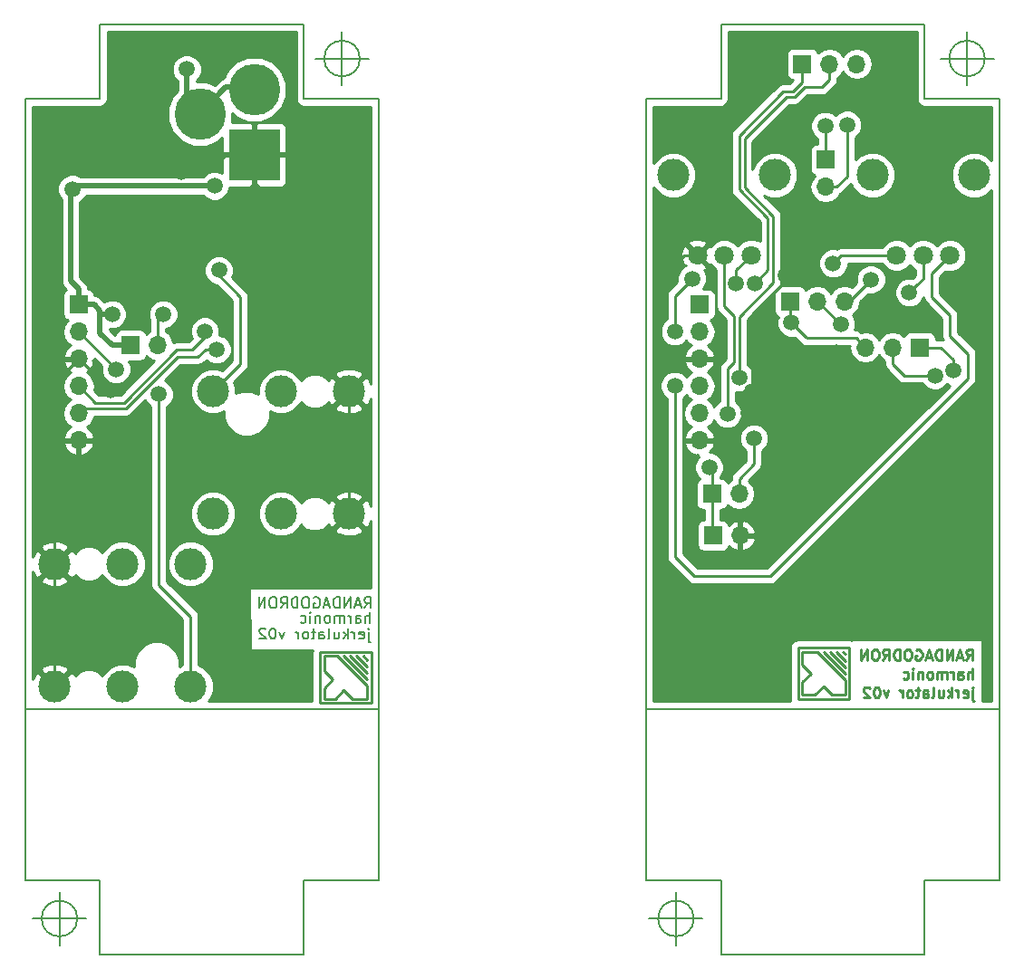
<source format=gbr>
G04 #@! TF.FileFunction,Copper,L2,Bot,Signal*
%FSLAX46Y46*%
G04 Gerber Fmt 4.6, Leading zero omitted, Abs format (unit mm)*
G04 Created by KiCad (PCBNEW 4.0.7) date 04/19/18 20:42:49*
%MOMM*%
%LPD*%
G01*
G04 APERTURE LIST*
%ADD10C,0.100000*%
%ADD11C,0.200000*%
%ADD12C,0.250000*%
%ADD13C,0.150000*%
%ADD14C,4.800000*%
%ADD15R,4.800000X4.800000*%
%ADD16R,1.700000X1.700000*%
%ADD17O,1.700000X1.700000*%
%ADD18C,3.000000*%
%ADD19C,1.800000*%
%ADD20C,1.500000*%
%ADD21C,0.500000*%
%ADD22C,0.254000*%
G04 APERTURE END LIST*
D10*
D11*
X96071430Y-102785714D02*
X96071430Y-103642857D01*
X96119049Y-103738095D01*
X96214287Y-103785714D01*
X96261906Y-103785714D01*
X96071430Y-102452381D02*
X96119049Y-102500000D01*
X96071430Y-102547619D01*
X96023811Y-102500000D01*
X96071430Y-102452381D01*
X96071430Y-102547619D01*
X95214287Y-103404762D02*
X95309525Y-103452381D01*
X95500002Y-103452381D01*
X95595240Y-103404762D01*
X95642859Y-103309524D01*
X95642859Y-102928571D01*
X95595240Y-102833333D01*
X95500002Y-102785714D01*
X95309525Y-102785714D01*
X95214287Y-102833333D01*
X95166668Y-102928571D01*
X95166668Y-103023810D01*
X95642859Y-103119048D01*
X94738097Y-103452381D02*
X94738097Y-102785714D01*
X94738097Y-102976190D02*
X94690478Y-102880952D01*
X94642859Y-102833333D01*
X94547621Y-102785714D01*
X94452382Y-102785714D01*
X94119049Y-103452381D02*
X94119049Y-102452381D01*
X94023811Y-103071429D02*
X93738096Y-103452381D01*
X93738096Y-102785714D02*
X94119049Y-103166667D01*
X92880953Y-102785714D02*
X92880953Y-103452381D01*
X93309525Y-102785714D02*
X93309525Y-103309524D01*
X93261906Y-103404762D01*
X93166668Y-103452381D01*
X93023810Y-103452381D01*
X92928572Y-103404762D01*
X92880953Y-103357143D01*
X92261906Y-103452381D02*
X92357144Y-103404762D01*
X92404763Y-103309524D01*
X92404763Y-102452381D01*
X91452381Y-103452381D02*
X91452381Y-102928571D01*
X91500000Y-102833333D01*
X91595238Y-102785714D01*
X91785715Y-102785714D01*
X91880953Y-102833333D01*
X91452381Y-103404762D02*
X91547619Y-103452381D01*
X91785715Y-103452381D01*
X91880953Y-103404762D01*
X91928572Y-103309524D01*
X91928572Y-103214286D01*
X91880953Y-103119048D01*
X91785715Y-103071429D01*
X91547619Y-103071429D01*
X91452381Y-103023810D01*
X91119048Y-102785714D02*
X90738096Y-102785714D01*
X90976191Y-102452381D02*
X90976191Y-103309524D01*
X90928572Y-103404762D01*
X90833334Y-103452381D01*
X90738096Y-103452381D01*
X90261905Y-103452381D02*
X90357143Y-103404762D01*
X90404762Y-103357143D01*
X90452381Y-103261905D01*
X90452381Y-102976190D01*
X90404762Y-102880952D01*
X90357143Y-102833333D01*
X90261905Y-102785714D01*
X90119047Y-102785714D01*
X90023809Y-102833333D01*
X89976190Y-102880952D01*
X89928571Y-102976190D01*
X89928571Y-103261905D01*
X89976190Y-103357143D01*
X90023809Y-103404762D01*
X90119047Y-103452381D01*
X90261905Y-103452381D01*
X89500000Y-103452381D02*
X89500000Y-102785714D01*
X89500000Y-102976190D02*
X89452381Y-102880952D01*
X89404762Y-102833333D01*
X89309524Y-102785714D01*
X89214285Y-102785714D01*
X88214285Y-102785714D02*
X87976190Y-103452381D01*
X87738094Y-102785714D01*
X87166666Y-102452381D02*
X87071427Y-102452381D01*
X86976189Y-102500000D01*
X86928570Y-102547619D01*
X86880951Y-102642857D01*
X86833332Y-102833333D01*
X86833332Y-103071429D01*
X86880951Y-103261905D01*
X86928570Y-103357143D01*
X86976189Y-103404762D01*
X87071427Y-103452381D01*
X87166666Y-103452381D01*
X87261904Y-103404762D01*
X87309523Y-103357143D01*
X87357142Y-103261905D01*
X87404761Y-103071429D01*
X87404761Y-102833333D01*
X87357142Y-102642857D01*
X87309523Y-102547619D01*
X87261904Y-102500000D01*
X87166666Y-102452381D01*
X86452380Y-102547619D02*
X86404761Y-102500000D01*
X86309523Y-102452381D01*
X86071427Y-102452381D01*
X85976189Y-102500000D01*
X85928570Y-102547619D01*
X85880951Y-102642857D01*
X85880951Y-102738095D01*
X85928570Y-102880952D01*
X86499999Y-103452381D01*
X85880951Y-103452381D01*
X96214286Y-101952381D02*
X96214286Y-100952381D01*
X95785714Y-101952381D02*
X95785714Y-101428571D01*
X95833333Y-101333333D01*
X95928571Y-101285714D01*
X96071429Y-101285714D01*
X96166667Y-101333333D01*
X96214286Y-101380952D01*
X94880952Y-101952381D02*
X94880952Y-101428571D01*
X94928571Y-101333333D01*
X95023809Y-101285714D01*
X95214286Y-101285714D01*
X95309524Y-101333333D01*
X94880952Y-101904762D02*
X94976190Y-101952381D01*
X95214286Y-101952381D01*
X95309524Y-101904762D01*
X95357143Y-101809524D01*
X95357143Y-101714286D01*
X95309524Y-101619048D01*
X95214286Y-101571429D01*
X94976190Y-101571429D01*
X94880952Y-101523810D01*
X94404762Y-101952381D02*
X94404762Y-101285714D01*
X94404762Y-101476190D02*
X94357143Y-101380952D01*
X94309524Y-101333333D01*
X94214286Y-101285714D01*
X94119047Y-101285714D01*
X93785714Y-101952381D02*
X93785714Y-101285714D01*
X93785714Y-101380952D02*
X93738095Y-101333333D01*
X93642857Y-101285714D01*
X93499999Y-101285714D01*
X93404761Y-101333333D01*
X93357142Y-101428571D01*
X93357142Y-101952381D01*
X93357142Y-101428571D02*
X93309523Y-101333333D01*
X93214285Y-101285714D01*
X93071428Y-101285714D01*
X92976190Y-101333333D01*
X92928571Y-101428571D01*
X92928571Y-101952381D01*
X92309524Y-101952381D02*
X92404762Y-101904762D01*
X92452381Y-101857143D01*
X92500000Y-101761905D01*
X92500000Y-101476190D01*
X92452381Y-101380952D01*
X92404762Y-101333333D01*
X92309524Y-101285714D01*
X92166666Y-101285714D01*
X92071428Y-101333333D01*
X92023809Y-101380952D01*
X91976190Y-101476190D01*
X91976190Y-101761905D01*
X92023809Y-101857143D01*
X92071428Y-101904762D01*
X92166666Y-101952381D01*
X92309524Y-101952381D01*
X91547619Y-101285714D02*
X91547619Y-101952381D01*
X91547619Y-101380952D02*
X91500000Y-101333333D01*
X91404762Y-101285714D01*
X91261904Y-101285714D01*
X91166666Y-101333333D01*
X91119047Y-101428571D01*
X91119047Y-101952381D01*
X90642857Y-101952381D02*
X90642857Y-101285714D01*
X90642857Y-100952381D02*
X90690476Y-101000000D01*
X90642857Y-101047619D01*
X90595238Y-101000000D01*
X90642857Y-100952381D01*
X90642857Y-101047619D01*
X89738095Y-101904762D02*
X89833333Y-101952381D01*
X90023810Y-101952381D01*
X90119048Y-101904762D01*
X90166667Y-101857143D01*
X90214286Y-101761905D01*
X90214286Y-101476190D01*
X90166667Y-101380952D01*
X90119048Y-101333333D01*
X90023810Y-101285714D01*
X89833333Y-101285714D01*
X89738095Y-101333333D01*
X95690476Y-100565229D02*
X96023810Y-100089038D01*
X96261905Y-100565229D02*
X96261905Y-99565229D01*
X95880952Y-99565229D01*
X95785714Y-99612848D01*
X95738095Y-99660467D01*
X95690476Y-99755705D01*
X95690476Y-99898562D01*
X95738095Y-99993800D01*
X95785714Y-100041419D01*
X95880952Y-100089038D01*
X96261905Y-100089038D01*
X95309524Y-100279515D02*
X94833333Y-100279515D01*
X95404762Y-100565229D02*
X95071429Y-99565229D01*
X94738095Y-100565229D01*
X94404762Y-100565229D02*
X94404762Y-99565229D01*
X93833333Y-100565229D01*
X93833333Y-99565229D01*
X93357143Y-100565229D02*
X93357143Y-99565229D01*
X93119048Y-99565229D01*
X92976190Y-99612848D01*
X92880952Y-99708086D01*
X92833333Y-99803324D01*
X92785714Y-99993800D01*
X92785714Y-100136658D01*
X92833333Y-100327134D01*
X92880952Y-100422372D01*
X92976190Y-100517610D01*
X93119048Y-100565229D01*
X93357143Y-100565229D01*
X92404762Y-100279515D02*
X91928571Y-100279515D01*
X92500000Y-100565229D02*
X92166667Y-99565229D01*
X91833333Y-100565229D01*
X90976190Y-99612848D02*
X91071428Y-99565229D01*
X91214285Y-99565229D01*
X91357143Y-99612848D01*
X91452381Y-99708086D01*
X91500000Y-99803324D01*
X91547619Y-99993800D01*
X91547619Y-100136658D01*
X91500000Y-100327134D01*
X91452381Y-100422372D01*
X91357143Y-100517610D01*
X91214285Y-100565229D01*
X91119047Y-100565229D01*
X90976190Y-100517610D01*
X90928571Y-100469991D01*
X90928571Y-100136658D01*
X91119047Y-100136658D01*
X90309524Y-99565229D02*
X90119047Y-99565229D01*
X90023809Y-99612848D01*
X89928571Y-99708086D01*
X89880952Y-99898562D01*
X89880952Y-100231896D01*
X89928571Y-100422372D01*
X90023809Y-100517610D01*
X90119047Y-100565229D01*
X90309524Y-100565229D01*
X90404762Y-100517610D01*
X90500000Y-100422372D01*
X90547619Y-100231896D01*
X90547619Y-99898562D01*
X90500000Y-99708086D01*
X90404762Y-99612848D01*
X90309524Y-99565229D01*
X89452381Y-100565229D02*
X89452381Y-99565229D01*
X89214286Y-99565229D01*
X89071428Y-99612848D01*
X88976190Y-99708086D01*
X88928571Y-99803324D01*
X88880952Y-99993800D01*
X88880952Y-100136658D01*
X88928571Y-100327134D01*
X88976190Y-100422372D01*
X89071428Y-100517610D01*
X89214286Y-100565229D01*
X89452381Y-100565229D01*
X87880952Y-100565229D02*
X88214286Y-100089038D01*
X88452381Y-100565229D02*
X88452381Y-99565229D01*
X88071428Y-99565229D01*
X87976190Y-99612848D01*
X87928571Y-99660467D01*
X87880952Y-99755705D01*
X87880952Y-99898562D01*
X87928571Y-99993800D01*
X87976190Y-100041419D01*
X88071428Y-100089038D01*
X88452381Y-100089038D01*
X87261905Y-99565229D02*
X87071428Y-99565229D01*
X86976190Y-99612848D01*
X86880952Y-99708086D01*
X86833333Y-99898562D01*
X86833333Y-100231896D01*
X86880952Y-100422372D01*
X86976190Y-100517610D01*
X87071428Y-100565229D01*
X87261905Y-100565229D01*
X87357143Y-100517610D01*
X87452381Y-100422372D01*
X87500000Y-100231896D01*
X87500000Y-99898562D01*
X87452381Y-99708086D01*
X87357143Y-99612848D01*
X87261905Y-99565229D01*
X86404762Y-100565229D02*
X86404762Y-99565229D01*
X85833333Y-100565229D01*
X85833333Y-99565229D01*
D12*
X151940476Y-105452381D02*
X152273810Y-104976190D01*
X152511905Y-105452381D02*
X152511905Y-104452381D01*
X152130952Y-104452381D01*
X152035714Y-104500000D01*
X151988095Y-104547619D01*
X151940476Y-104642857D01*
X151940476Y-104785714D01*
X151988095Y-104880952D01*
X152035714Y-104928571D01*
X152130952Y-104976190D01*
X152511905Y-104976190D01*
X151559524Y-105166667D02*
X151083333Y-105166667D01*
X151654762Y-105452381D02*
X151321429Y-104452381D01*
X150988095Y-105452381D01*
X150654762Y-105452381D02*
X150654762Y-104452381D01*
X150083333Y-105452381D01*
X150083333Y-104452381D01*
X149607143Y-105452381D02*
X149607143Y-104452381D01*
X149369048Y-104452381D01*
X149226190Y-104500000D01*
X149130952Y-104595238D01*
X149083333Y-104690476D01*
X149035714Y-104880952D01*
X149035714Y-105023810D01*
X149083333Y-105214286D01*
X149130952Y-105309524D01*
X149226190Y-105404762D01*
X149369048Y-105452381D01*
X149607143Y-105452381D01*
X148654762Y-105166667D02*
X148178571Y-105166667D01*
X148750000Y-105452381D02*
X148416667Y-104452381D01*
X148083333Y-105452381D01*
X147226190Y-104500000D02*
X147321428Y-104452381D01*
X147464285Y-104452381D01*
X147607143Y-104500000D01*
X147702381Y-104595238D01*
X147750000Y-104690476D01*
X147797619Y-104880952D01*
X147797619Y-105023810D01*
X147750000Y-105214286D01*
X147702381Y-105309524D01*
X147607143Y-105404762D01*
X147464285Y-105452381D01*
X147369047Y-105452381D01*
X147226190Y-105404762D01*
X147178571Y-105357143D01*
X147178571Y-105023810D01*
X147369047Y-105023810D01*
X146559524Y-104452381D02*
X146369047Y-104452381D01*
X146273809Y-104500000D01*
X146178571Y-104595238D01*
X146130952Y-104785714D01*
X146130952Y-105119048D01*
X146178571Y-105309524D01*
X146273809Y-105404762D01*
X146369047Y-105452381D01*
X146559524Y-105452381D01*
X146654762Y-105404762D01*
X146750000Y-105309524D01*
X146797619Y-105119048D01*
X146797619Y-104785714D01*
X146750000Y-104595238D01*
X146654762Y-104500000D01*
X146559524Y-104452381D01*
X145702381Y-105452381D02*
X145702381Y-104452381D01*
X145464286Y-104452381D01*
X145321428Y-104500000D01*
X145226190Y-104595238D01*
X145178571Y-104690476D01*
X145130952Y-104880952D01*
X145130952Y-105023810D01*
X145178571Y-105214286D01*
X145226190Y-105309524D01*
X145321428Y-105404762D01*
X145464286Y-105452381D01*
X145702381Y-105452381D01*
X144130952Y-105452381D02*
X144464286Y-104976190D01*
X144702381Y-105452381D02*
X144702381Y-104452381D01*
X144321428Y-104452381D01*
X144226190Y-104500000D01*
X144178571Y-104547619D01*
X144130952Y-104642857D01*
X144130952Y-104785714D01*
X144178571Y-104880952D01*
X144226190Y-104928571D01*
X144321428Y-104976190D01*
X144702381Y-104976190D01*
X143511905Y-104452381D02*
X143321428Y-104452381D01*
X143226190Y-104500000D01*
X143130952Y-104595238D01*
X143083333Y-104785714D01*
X143083333Y-105119048D01*
X143130952Y-105309524D01*
X143226190Y-105404762D01*
X143321428Y-105452381D01*
X143511905Y-105452381D01*
X143607143Y-105404762D01*
X143702381Y-105309524D01*
X143750000Y-105119048D01*
X143750000Y-104785714D01*
X143702381Y-104595238D01*
X143607143Y-104500000D01*
X143511905Y-104452381D01*
X142654762Y-105452381D02*
X142654762Y-104452381D01*
X142083333Y-105452381D01*
X142083333Y-104452381D01*
X152511905Y-107202381D02*
X152511905Y-106202381D01*
X152083333Y-107202381D02*
X152083333Y-106678571D01*
X152130952Y-106583333D01*
X152226190Y-106535714D01*
X152369048Y-106535714D01*
X152464286Y-106583333D01*
X152511905Y-106630952D01*
X151178571Y-107202381D02*
X151178571Y-106678571D01*
X151226190Y-106583333D01*
X151321428Y-106535714D01*
X151511905Y-106535714D01*
X151607143Y-106583333D01*
X151178571Y-107154762D02*
X151273809Y-107202381D01*
X151511905Y-107202381D01*
X151607143Y-107154762D01*
X151654762Y-107059524D01*
X151654762Y-106964286D01*
X151607143Y-106869048D01*
X151511905Y-106821429D01*
X151273809Y-106821429D01*
X151178571Y-106773810D01*
X150702381Y-107202381D02*
X150702381Y-106535714D01*
X150702381Y-106726190D02*
X150654762Y-106630952D01*
X150607143Y-106583333D01*
X150511905Y-106535714D01*
X150416666Y-106535714D01*
X150083333Y-107202381D02*
X150083333Y-106535714D01*
X150083333Y-106630952D02*
X150035714Y-106583333D01*
X149940476Y-106535714D01*
X149797618Y-106535714D01*
X149702380Y-106583333D01*
X149654761Y-106678571D01*
X149654761Y-107202381D01*
X149654761Y-106678571D02*
X149607142Y-106583333D01*
X149511904Y-106535714D01*
X149369047Y-106535714D01*
X149273809Y-106583333D01*
X149226190Y-106678571D01*
X149226190Y-107202381D01*
X148607143Y-107202381D02*
X148702381Y-107154762D01*
X148750000Y-107107143D01*
X148797619Y-107011905D01*
X148797619Y-106726190D01*
X148750000Y-106630952D01*
X148702381Y-106583333D01*
X148607143Y-106535714D01*
X148464285Y-106535714D01*
X148369047Y-106583333D01*
X148321428Y-106630952D01*
X148273809Y-106726190D01*
X148273809Y-107011905D01*
X148321428Y-107107143D01*
X148369047Y-107154762D01*
X148464285Y-107202381D01*
X148607143Y-107202381D01*
X147845238Y-106535714D02*
X147845238Y-107202381D01*
X147845238Y-106630952D02*
X147797619Y-106583333D01*
X147702381Y-106535714D01*
X147559523Y-106535714D01*
X147464285Y-106583333D01*
X147416666Y-106678571D01*
X147416666Y-107202381D01*
X146940476Y-107202381D02*
X146940476Y-106535714D01*
X146940476Y-106202381D02*
X146988095Y-106250000D01*
X146940476Y-106297619D01*
X146892857Y-106250000D01*
X146940476Y-106202381D01*
X146940476Y-106297619D01*
X146035714Y-107154762D02*
X146130952Y-107202381D01*
X146321429Y-107202381D01*
X146416667Y-107154762D01*
X146464286Y-107107143D01*
X146511905Y-107011905D01*
X146511905Y-106726190D01*
X146464286Y-106630952D01*
X146416667Y-106583333D01*
X146321429Y-106535714D01*
X146130952Y-106535714D01*
X146035714Y-106583333D01*
X152511905Y-108285714D02*
X152511905Y-109142857D01*
X152559524Y-109238095D01*
X152654762Y-109285714D01*
X152702381Y-109285714D01*
X152511905Y-107952381D02*
X152559524Y-108000000D01*
X152511905Y-108047619D01*
X152464286Y-108000000D01*
X152511905Y-107952381D01*
X152511905Y-108047619D01*
X151654762Y-108904762D02*
X151750000Y-108952381D01*
X151940477Y-108952381D01*
X152035715Y-108904762D01*
X152083334Y-108809524D01*
X152083334Y-108428571D01*
X152035715Y-108333333D01*
X151940477Y-108285714D01*
X151750000Y-108285714D01*
X151654762Y-108333333D01*
X151607143Y-108428571D01*
X151607143Y-108523810D01*
X152083334Y-108619048D01*
X151178572Y-108952381D02*
X151178572Y-108285714D01*
X151178572Y-108476190D02*
X151130953Y-108380952D01*
X151083334Y-108333333D01*
X150988096Y-108285714D01*
X150892857Y-108285714D01*
X150559524Y-108952381D02*
X150559524Y-107952381D01*
X150464286Y-108571429D02*
X150178571Y-108952381D01*
X150178571Y-108285714D02*
X150559524Y-108666667D01*
X149321428Y-108285714D02*
X149321428Y-108952381D01*
X149750000Y-108285714D02*
X149750000Y-108809524D01*
X149702381Y-108904762D01*
X149607143Y-108952381D01*
X149464285Y-108952381D01*
X149369047Y-108904762D01*
X149321428Y-108857143D01*
X148702381Y-108952381D02*
X148797619Y-108904762D01*
X148845238Y-108809524D01*
X148845238Y-107952381D01*
X147892856Y-108952381D02*
X147892856Y-108428571D01*
X147940475Y-108333333D01*
X148035713Y-108285714D01*
X148226190Y-108285714D01*
X148321428Y-108333333D01*
X147892856Y-108904762D02*
X147988094Y-108952381D01*
X148226190Y-108952381D01*
X148321428Y-108904762D01*
X148369047Y-108809524D01*
X148369047Y-108714286D01*
X148321428Y-108619048D01*
X148226190Y-108571429D01*
X147988094Y-108571429D01*
X147892856Y-108523810D01*
X147559523Y-108285714D02*
X147178571Y-108285714D01*
X147416666Y-107952381D02*
X147416666Y-108809524D01*
X147369047Y-108904762D01*
X147273809Y-108952381D01*
X147178571Y-108952381D01*
X146702380Y-108952381D02*
X146797618Y-108904762D01*
X146845237Y-108857143D01*
X146892856Y-108761905D01*
X146892856Y-108476190D01*
X146845237Y-108380952D01*
X146797618Y-108333333D01*
X146702380Y-108285714D01*
X146559522Y-108285714D01*
X146464284Y-108333333D01*
X146416665Y-108380952D01*
X146369046Y-108476190D01*
X146369046Y-108761905D01*
X146416665Y-108857143D01*
X146464284Y-108904762D01*
X146559522Y-108952381D01*
X146702380Y-108952381D01*
X145940475Y-108952381D02*
X145940475Y-108285714D01*
X145940475Y-108476190D02*
X145892856Y-108380952D01*
X145845237Y-108333333D01*
X145749999Y-108285714D01*
X145654760Y-108285714D01*
X144654760Y-108285714D02*
X144416665Y-108952381D01*
X144178569Y-108285714D01*
X143607141Y-107952381D02*
X143511902Y-107952381D01*
X143416664Y-108000000D01*
X143369045Y-108047619D01*
X143321426Y-108142857D01*
X143273807Y-108333333D01*
X143273807Y-108571429D01*
X143321426Y-108761905D01*
X143369045Y-108857143D01*
X143416664Y-108904762D01*
X143511902Y-108952381D01*
X143607141Y-108952381D01*
X143702379Y-108904762D01*
X143749998Y-108857143D01*
X143797617Y-108761905D01*
X143845236Y-108571429D01*
X143845236Y-108333333D01*
X143797617Y-108142857D01*
X143749998Y-108047619D01*
X143702379Y-108000000D01*
X143607141Y-107952381D01*
X142892855Y-108047619D02*
X142845236Y-108000000D01*
X142749998Y-107952381D01*
X142511902Y-107952381D01*
X142416664Y-108000000D01*
X142369045Y-108047619D01*
X142321426Y-108142857D01*
X142321426Y-108238095D01*
X142369045Y-108380952D01*
X142940474Y-108952381D01*
X142321426Y-108952381D01*
D13*
X126466666Y-129600000D02*
G75*
G03X126466666Y-129600000I-1666666J0D01*
G01*
X122300000Y-129600000D02*
X127300000Y-129600000D01*
X124800000Y-127100000D02*
X124800000Y-132100000D01*
X153666666Y-49200000D02*
G75*
G03X153666666Y-49200000I-1666666J0D01*
G01*
X149500000Y-49200000D02*
X154500000Y-49200000D01*
X152000000Y-46700000D02*
X152000000Y-51700000D01*
X68866666Y-129600000D02*
G75*
G03X68866666Y-129600000I-1666666J0D01*
G01*
X64700000Y-129600000D02*
X69700000Y-129600000D01*
X67200000Y-127100000D02*
X67200000Y-132100000D01*
X95266666Y-49200000D02*
G75*
G03X95266666Y-49200000I-1666666J0D01*
G01*
X91100000Y-49200000D02*
X96100000Y-49200000D01*
X93600000Y-46700000D02*
X93600000Y-51700000D01*
X122000000Y-110000000D02*
X155000000Y-110000000D01*
X64000000Y-110000000D02*
X97000000Y-110000000D01*
X148000000Y-53000000D02*
X155000000Y-53000000D01*
X155000000Y-53000000D02*
X155000000Y-126000000D01*
X129000000Y-46000000D02*
X148000000Y-46000000D01*
X129000000Y-53000000D02*
X129000000Y-46000000D01*
X148000000Y-46000000D02*
X148000000Y-53000000D01*
X122000000Y-126000000D02*
X122000000Y-53000000D01*
X122000000Y-53000000D02*
X129000000Y-53000000D01*
X148000000Y-126000000D02*
X148000000Y-133000000D01*
X155000000Y-126000000D02*
X148000000Y-126000000D01*
X148000000Y-133000000D02*
X129000000Y-133000000D01*
X129000000Y-133000000D02*
X129000000Y-126000000D01*
X129000000Y-126000000D02*
X122000000Y-126000000D01*
X71000000Y-53000000D02*
X71000000Y-46000000D01*
X64000000Y-53000000D02*
X71000000Y-53000000D01*
X64000000Y-126000000D02*
X64000000Y-53000000D01*
X71000000Y-126000000D02*
X64000000Y-126000000D01*
X71000000Y-133000000D02*
X71000000Y-126000000D01*
X90000000Y-133000000D02*
X71000000Y-133000000D01*
X90000000Y-126000000D02*
X90000000Y-133000000D01*
X97000000Y-126000000D02*
X90000000Y-126000000D01*
X97000000Y-53000000D02*
X97000000Y-126000000D01*
X90000000Y-53000000D02*
X97000000Y-53000000D01*
X90000000Y-46000000D02*
X90000000Y-53000000D01*
X71000000Y-46000000D02*
X90000000Y-46000000D01*
D14*
X85400000Y-52100000D03*
D15*
X85400000Y-58200000D03*
D14*
X80320000Y-54390000D03*
D16*
X128260000Y-93800000D03*
D17*
X130800000Y-93800000D03*
D18*
X66750000Y-107900000D03*
X73100000Y-107900000D03*
X79450000Y-96450000D03*
X79450000Y-107900000D03*
X66750000Y-96450000D03*
X73100000Y-96450000D03*
X94250000Y-80300000D03*
X87900000Y-80300000D03*
X81550000Y-91750000D03*
X81550000Y-80300000D03*
X94250000Y-91750000D03*
X87900000Y-91750000D03*
D16*
X127000000Y-72200000D03*
D17*
X127000000Y-74740000D03*
X127000000Y-77280000D03*
X127000000Y-79820000D03*
X127000000Y-82360000D03*
X127000000Y-84900000D03*
D16*
X69000000Y-72200000D03*
D17*
X69000000Y-74740000D03*
X69000000Y-77280000D03*
X69000000Y-79820000D03*
X69000000Y-82360000D03*
X69000000Y-84900000D03*
D16*
X136600000Y-49700000D03*
D17*
X139140000Y-49700000D03*
X141680000Y-49700000D03*
D19*
X126800000Y-67600000D03*
X129300000Y-67600000D03*
X131800000Y-67600000D03*
D18*
X124550000Y-60100000D03*
X134050000Y-60100000D03*
D19*
X145400000Y-67600000D03*
X147900000Y-67600000D03*
X150400000Y-67600000D03*
D18*
X143150000Y-60100000D03*
X152650000Y-60100000D03*
D16*
X128160000Y-89900000D03*
D17*
X130700000Y-89900000D03*
D16*
X73860000Y-76000000D03*
D17*
X76400000Y-76000000D03*
D16*
X147580000Y-76200000D03*
D17*
X145040000Y-76200000D03*
X142500000Y-76200000D03*
D16*
X135460000Y-71900000D03*
D17*
X138000000Y-71900000D03*
X140540000Y-71900000D03*
D16*
X138800000Y-58660000D03*
D17*
X138800000Y-61200000D03*
D20*
X146600000Y-71074990D03*
X140218870Y-74077879D03*
X149002249Y-78824437D03*
X143027908Y-69853898D03*
X150700000Y-78400000D03*
X132200000Y-70200000D03*
X135600000Y-73900000D03*
X139800000Y-76675010D03*
X135025010Y-69500000D03*
X131892686Y-80303463D03*
X124700000Y-77300000D03*
X131600000Y-82300000D03*
X127900000Y-87400000D03*
X130725000Y-79000000D03*
X81700000Y-61100000D03*
X68400000Y-61400000D03*
X72105000Y-73100000D03*
X132100000Y-84700000D03*
X138750000Y-55500000D03*
X140800000Y-55400000D03*
X82100000Y-69000000D03*
X76500000Y-80600000D03*
X86700000Y-62100000D03*
X78600000Y-59850000D03*
X80250000Y-68250000D03*
X72000000Y-80250000D03*
X80775000Y-74700000D03*
X81900000Y-76400000D03*
X72500000Y-78250000D03*
X124700000Y-79800000D03*
X129600000Y-82400000D03*
X126300000Y-69800000D03*
X124700000Y-74700000D03*
X139491833Y-68345574D03*
X130425000Y-70200000D03*
X76900000Y-73100000D03*
X79100000Y-50200000D03*
D12*
X94560132Y-109062848D02*
X93760132Y-108262848D01*
X95960132Y-107862848D02*
X95960132Y-109062848D01*
X95960132Y-109062848D02*
X94560132Y-109062848D01*
X95960132Y-105462848D02*
X95560132Y-105062848D01*
X95960132Y-106662848D02*
X94360132Y-105062848D01*
X95960132Y-107262848D02*
X93760132Y-105062848D01*
X95960132Y-106062848D02*
X94960132Y-105062848D01*
X93160132Y-105062848D02*
X95960132Y-107862848D01*
X91960132Y-109062848D02*
X91960132Y-108062848D01*
X92760132Y-107262848D02*
X91960132Y-106462848D01*
X92960132Y-109062848D02*
X91960132Y-109062848D01*
X93760132Y-108262848D02*
X92960132Y-109062848D01*
X91960132Y-106462848D02*
X91960132Y-105062848D01*
X91960132Y-108062848D02*
X92760132Y-107262848D01*
X91960132Y-105062848D02*
X93160132Y-105062848D01*
X91560132Y-104662848D02*
X96360132Y-104662848D01*
X91560132Y-109462848D02*
X91560132Y-104662848D01*
X96360132Y-109462848D02*
X91560132Y-109462848D01*
X96360132Y-104662848D02*
X96360132Y-109462848D01*
X137800000Y-108700000D02*
X136600000Y-108700000D01*
X138600000Y-107900000D02*
X137800000Y-108700000D01*
X136600000Y-108700000D02*
X136600000Y-107500000D01*
X136600000Y-107500000D02*
X137400000Y-106700000D01*
X137400000Y-106700000D02*
X136600000Y-105900000D01*
X136600000Y-105900000D02*
X136600000Y-104700000D01*
X136600000Y-104700000D02*
X138000000Y-104700000D01*
X140600000Y-107300000D02*
X140600000Y-108700000D01*
X139400000Y-108700000D02*
X138600000Y-107900000D01*
X140600000Y-108700000D02*
X139400000Y-108700000D01*
X138000000Y-104700000D02*
X140600000Y-107300000D01*
X140600000Y-106100000D02*
X139200000Y-104700000D01*
X140600000Y-105500000D02*
X139800000Y-104700000D01*
X140600000Y-104900000D02*
X140400000Y-104700000D01*
X140600000Y-106700000D02*
X138600000Y-104700000D01*
X136200000Y-109100000D02*
X136200000Y-104300000D01*
X136200000Y-104300000D02*
X141000000Y-104300000D01*
X141000000Y-104300000D02*
X141000000Y-109100000D01*
X141000000Y-109100000D02*
X136200000Y-109100000D01*
X147349999Y-70324991D02*
X146600000Y-71074990D01*
X147900000Y-69774990D02*
X147349999Y-70324991D01*
X147900000Y-67600000D02*
X147900000Y-69774990D01*
X147900000Y-69400000D02*
X147900000Y-67600000D01*
X138000000Y-71900000D02*
X140177879Y-74077879D01*
X140177879Y-74077879D02*
X140218870Y-74077879D01*
X149002249Y-78824437D02*
X146124437Y-78824437D01*
X146124437Y-78824437D02*
X145040000Y-77740000D01*
X145040000Y-77740000D02*
X145040000Y-76200000D01*
X143027908Y-69853898D02*
X140981806Y-71900000D01*
X140981806Y-71900000D02*
X140540000Y-71900000D01*
X150700000Y-78400000D02*
X150700000Y-77339340D01*
X149560660Y-76200000D02*
X148680000Y-76200000D01*
X150700000Y-77339340D02*
X149560660Y-76200000D01*
X148680000Y-76200000D02*
X147580000Y-76200000D01*
X136600000Y-49700000D02*
X136600000Y-51400000D01*
X136600000Y-51400000D02*
X135700010Y-52299990D01*
X135700010Y-52299990D02*
X134800010Y-52299990D01*
X134800010Y-52299990D02*
X130699989Y-56400011D01*
X130699989Y-56400011D02*
X130699989Y-61457102D01*
X130699989Y-61457102D02*
X133400000Y-64157113D01*
X133400000Y-64157113D02*
X133400000Y-69000000D01*
X133400000Y-69000000D02*
X132200000Y-70200000D01*
X136900000Y-75200000D02*
X135600000Y-73900000D01*
X142500000Y-76200000D02*
X141650001Y-75350001D01*
X141650001Y-75350001D02*
X137050001Y-75350001D01*
X137050001Y-75350001D02*
X136900000Y-75200000D01*
X135460000Y-71900000D02*
X135460000Y-73760000D01*
X135460000Y-73760000D02*
X135600000Y-73900000D01*
X131967696Y-76675010D02*
X138739340Y-76675010D01*
X131892686Y-76600000D02*
X131967696Y-76675010D01*
X138739340Y-76675010D02*
X139800000Y-76675010D01*
X131892686Y-80303463D02*
X131892686Y-76600000D01*
X131892686Y-76600000D02*
X131892686Y-73092312D01*
X135025010Y-69959988D02*
X135025010Y-69500000D01*
X131892686Y-73092312D02*
X135025010Y-69959988D01*
X130800000Y-93800000D02*
X132002081Y-93800000D01*
X132002081Y-93800000D02*
X134200000Y-91602081D01*
X134200000Y-91602081D02*
X134200000Y-84300000D01*
X123400000Y-69727208D02*
X123400000Y-76000000D01*
X123400000Y-76000000D02*
X124700000Y-77300000D01*
X126800000Y-67600000D02*
X125527208Y-67600000D01*
X125527208Y-67600000D02*
X123400000Y-69727208D01*
X127000000Y-77280000D02*
X124720000Y-77280000D01*
X124720000Y-77280000D02*
X124700000Y-77300000D01*
X134200000Y-84300000D02*
X132200000Y-82300000D01*
X132200000Y-82300000D02*
X131600000Y-82300000D01*
X133900000Y-63949991D02*
X133900000Y-70165002D01*
X139140000Y-51160000D02*
X138400000Y-51900000D01*
X131200000Y-61249991D02*
X133900000Y-63949991D01*
X135907120Y-52800000D02*
X135100000Y-52800000D01*
X135100000Y-52800000D02*
X131200000Y-56700000D01*
X139140000Y-49700000D02*
X139140000Y-51160000D01*
X138400000Y-51900000D02*
X136807120Y-51900000D01*
X136807120Y-51900000D02*
X135907120Y-52800000D01*
X133900000Y-70165002D02*
X130725000Y-73340002D01*
X131200000Y-56700000D02*
X131200000Y-61249991D01*
X130725000Y-73340002D02*
X130725000Y-79000000D01*
X128160000Y-89900000D02*
X128160000Y-93700000D01*
X128160000Y-93700000D02*
X128260000Y-93800000D01*
X128160000Y-89900000D02*
X128160000Y-87660000D01*
X128160000Y-87660000D02*
X127900000Y-87400000D01*
D21*
X81700000Y-61100000D02*
X68700000Y-61100000D01*
X68700000Y-61100000D02*
X68400000Y-61400000D01*
X68250000Y-70000000D02*
X68250000Y-61550000D01*
X68250000Y-61550000D02*
X68400000Y-61400000D01*
X71000000Y-72750000D02*
X71000000Y-73100000D01*
X71000000Y-73100000D02*
X71000000Y-74890000D01*
X72105000Y-73100000D02*
X71000000Y-73100000D01*
X69000000Y-72200000D02*
X70450000Y-72200000D01*
X70450000Y-72200000D02*
X71000000Y-72750000D01*
X71000000Y-74890000D02*
X72110000Y-76000000D01*
X72110000Y-76000000D02*
X73860000Y-76000000D01*
X69000000Y-70750000D02*
X68250000Y-70000000D01*
X69000000Y-72200000D02*
X69000000Y-70750000D01*
D12*
X132100000Y-84700000D02*
X132100000Y-87100000D01*
X132100000Y-87100000D02*
X130700000Y-88500000D01*
X130700000Y-88500000D02*
X130700000Y-89900000D01*
X138800000Y-55550000D02*
X138750000Y-55500000D01*
X138800000Y-58660000D02*
X138800000Y-55550000D01*
X138800000Y-61200000D02*
X139800000Y-61200000D01*
X140800000Y-60200000D02*
X140800000Y-55400000D01*
X139800000Y-61200000D02*
X140800000Y-60200000D01*
X81550000Y-80300000D02*
X84100000Y-77750000D01*
X84100000Y-77750000D02*
X84100000Y-71500000D01*
X82100000Y-69500000D02*
X82100000Y-69000000D01*
X84100000Y-71500000D02*
X82100000Y-69500000D01*
X79450000Y-101350000D02*
X76500000Y-98400000D01*
X79450000Y-107900000D02*
X79450000Y-101350000D01*
X76500000Y-81660660D02*
X76500000Y-80600000D01*
X76500000Y-98400000D02*
X76500000Y-81660660D01*
X66750000Y-89550000D02*
X69000000Y-87300000D01*
X69000000Y-87300000D02*
X69000000Y-84900000D01*
X66750000Y-96450000D02*
X66750000Y-89550000D01*
X66750000Y-107900000D02*
X66750000Y-96450000D01*
X94250000Y-80300000D02*
X92750001Y-78800001D01*
X92750001Y-78800001D02*
X92750001Y-67089341D01*
X92750001Y-67089341D02*
X87760660Y-62100000D01*
X87760660Y-62100000D02*
X86700000Y-62100000D01*
X94250000Y-91750000D02*
X94250000Y-80300000D01*
X85400000Y-60800000D02*
X84950000Y-61250000D01*
X84950000Y-61250000D02*
X84950000Y-62150000D01*
X84950000Y-62150000D02*
X80999999Y-66100001D01*
X80999999Y-66100001D02*
X80999999Y-67500001D01*
X80999999Y-67500001D02*
X80250000Y-68250000D01*
X78600000Y-59850000D02*
X80500000Y-59850000D01*
X85400000Y-58200000D02*
X82750000Y-58200000D01*
X82750000Y-58200000D02*
X81100000Y-59850000D01*
X81100000Y-59850000D02*
X80500000Y-59850000D01*
X86700000Y-62100000D02*
X85400000Y-60800000D01*
X85400000Y-60800000D02*
X85400000Y-58200000D01*
X85400000Y-58100000D02*
X85400000Y-60100000D01*
X67400000Y-84502081D02*
X67400000Y-78880000D01*
X67400000Y-78880000D02*
X69000000Y-77280000D01*
X69000000Y-84900000D02*
X67797919Y-84900000D01*
X67797919Y-84900000D02*
X67400000Y-84502081D01*
X69000000Y-77280000D02*
X71970000Y-80250000D01*
X71970000Y-80250000D02*
X72000000Y-80250000D01*
X79600000Y-76400000D02*
X80775000Y-75225000D01*
X80775000Y-75225000D02*
X80775000Y-74700000D01*
X78192880Y-76400000D02*
X79600000Y-76400000D01*
X69000000Y-79820000D02*
X70555001Y-81375001D01*
X70555001Y-81375001D02*
X73217879Y-81375001D01*
X73217879Y-81375001D02*
X78192880Y-76400000D01*
X81900000Y-76400000D02*
X80839340Y-76400000D01*
X80839340Y-76400000D02*
X80139340Y-77100000D01*
X80139340Y-77100000D02*
X78200000Y-77100000D01*
X78200000Y-77100000D02*
X73400000Y-81900000D01*
X73400000Y-81900000D02*
X69460000Y-81900000D01*
X69460000Y-81900000D02*
X69000000Y-82360000D01*
X69000000Y-74740000D02*
X72500000Y-78240000D01*
X72500000Y-78240000D02*
X72500000Y-78250000D01*
X150400000Y-67600000D02*
X148700000Y-69300000D01*
X150400000Y-75100000D02*
X152100000Y-76800000D01*
X148700000Y-69300000D02*
X148700000Y-71500000D01*
X148700000Y-71500000D02*
X150400000Y-73200000D01*
X150400000Y-73200000D02*
X150400000Y-75100000D01*
X152100000Y-76800000D02*
X152100000Y-79100000D01*
X124700000Y-79800000D02*
X124700000Y-95800000D01*
X124700000Y-95800000D02*
X126500000Y-97600000D01*
X126500000Y-97600000D02*
X133600000Y-97600000D01*
X133600000Y-97600000D02*
X152100000Y-79100000D01*
X152100000Y-79100000D02*
X150400000Y-80800000D01*
X130224990Y-77600000D02*
X130224990Y-73300000D01*
X129300000Y-67600000D02*
X129300000Y-72375010D01*
X129300000Y-72375010D02*
X130224990Y-73300000D01*
X129600000Y-82400000D02*
X129600000Y-78224990D01*
X129600000Y-78224990D02*
X130224990Y-77600000D01*
X124700000Y-74700000D02*
X124700000Y-71400000D01*
X124700000Y-71400000D02*
X126300000Y-69800000D01*
X124700000Y-74700000D02*
X124700000Y-73639340D01*
X145400000Y-67600000D02*
X140237407Y-67600000D01*
X140237407Y-67600000D02*
X139491833Y-68345574D01*
X131800000Y-67600000D02*
X130425000Y-68975000D01*
X130425000Y-68975000D02*
X130425000Y-70200000D01*
X76400000Y-74797919D02*
X76400000Y-73600000D01*
X76400000Y-73600000D02*
X76900000Y-73100000D01*
X76400000Y-76000000D02*
X76400000Y-74797919D01*
D21*
X80320000Y-54290000D02*
X82719999Y-51890001D01*
X82719999Y-51890001D02*
X85290001Y-51890001D01*
X85290001Y-51890001D02*
X85400000Y-52000000D01*
X79100000Y-50200000D02*
X79100000Y-53070000D01*
X79100000Y-53070000D02*
X80320000Y-54290000D01*
X80700000Y-55100000D02*
X80700000Y-52850000D01*
D22*
G36*
X147290000Y-53000000D02*
X147344046Y-53271705D01*
X147497954Y-53502046D01*
X147728295Y-53655954D01*
X148000000Y-53710000D01*
X154290000Y-53710000D01*
X154290000Y-58720881D01*
X153860959Y-58291091D01*
X153076541Y-57965372D01*
X152227185Y-57964630D01*
X151442200Y-58288980D01*
X150841091Y-58889041D01*
X150515372Y-59673459D01*
X150514630Y-60522815D01*
X150838980Y-61307800D01*
X151439041Y-61908909D01*
X152223459Y-62234628D01*
X153072815Y-62235370D01*
X153857800Y-61911020D01*
X154290000Y-61479574D01*
X154290000Y-109290000D01*
X153385000Y-109290000D01*
X153385000Y-103540000D01*
X141210238Y-103540000D01*
X141210238Y-103581819D01*
X141000000Y-103540000D01*
X136200000Y-103540000D01*
X135909161Y-103597852D01*
X135662599Y-103762599D01*
X135497852Y-104009161D01*
X135440000Y-104300000D01*
X135440000Y-109100000D01*
X135477794Y-109290000D01*
X122710000Y-109290000D01*
X122710000Y-80074285D01*
X123314760Y-80074285D01*
X123525169Y-80583515D01*
X123914436Y-80973461D01*
X123940000Y-80984076D01*
X123940000Y-95800000D01*
X123997852Y-96090839D01*
X124162599Y-96337401D01*
X125962599Y-98137401D01*
X126209160Y-98302148D01*
X126257414Y-98311746D01*
X126500000Y-98360000D01*
X133600000Y-98360000D01*
X133890839Y-98302148D01*
X134137401Y-98137401D01*
X152637401Y-79637401D01*
X152802148Y-79390839D01*
X152860000Y-79100000D01*
X152860000Y-76800000D01*
X152802148Y-76509161D01*
X152637401Y-76262599D01*
X151160000Y-74785198D01*
X151160000Y-73200000D01*
X151102148Y-72909161D01*
X150937401Y-72662599D01*
X149460000Y-71185198D01*
X149460000Y-69614802D01*
X149985036Y-69089766D01*
X150093330Y-69134733D01*
X150703991Y-69135265D01*
X151268371Y-68902068D01*
X151700551Y-68470643D01*
X151934733Y-67906670D01*
X151935265Y-67296009D01*
X151702068Y-66731629D01*
X151270643Y-66299449D01*
X150706670Y-66065267D01*
X150096009Y-66064735D01*
X149531629Y-66297932D01*
X149149712Y-66679182D01*
X148770643Y-66299449D01*
X148206670Y-66065267D01*
X147596009Y-66064735D01*
X147031629Y-66297932D01*
X146649712Y-66679182D01*
X146270643Y-66299449D01*
X145706670Y-66065267D01*
X145096009Y-66064735D01*
X144531629Y-66297932D01*
X144099449Y-66729357D01*
X144053506Y-66840000D01*
X140237407Y-66840000D01*
X139946568Y-66897852D01*
X139820218Y-66982276D01*
X139768535Y-66960815D01*
X139217548Y-66960334D01*
X138708318Y-67170743D01*
X138318372Y-67560010D01*
X138107074Y-68068872D01*
X138106593Y-68619859D01*
X138317002Y-69129089D01*
X138706269Y-69519035D01*
X139215131Y-69730333D01*
X139766118Y-69730814D01*
X140275348Y-69520405D01*
X140665294Y-69131138D01*
X140876592Y-68622276D01*
X140876821Y-68360000D01*
X144053154Y-68360000D01*
X144097932Y-68468371D01*
X144529357Y-68900551D01*
X145093330Y-69134733D01*
X145703991Y-69135265D01*
X146268371Y-68902068D01*
X146650288Y-68520818D01*
X147029357Y-68900551D01*
X147140000Y-68946494D01*
X147140000Y-69460188D01*
X146900200Y-69699988D01*
X146876702Y-69690231D01*
X146325715Y-69689750D01*
X145816485Y-69900159D01*
X145426539Y-70289426D01*
X145215241Y-70798288D01*
X145214760Y-71349275D01*
X145425169Y-71858505D01*
X145814436Y-72248451D01*
X146323298Y-72459749D01*
X146874285Y-72460230D01*
X147383515Y-72249821D01*
X147773461Y-71860554D01*
X147940000Y-71459484D01*
X147940000Y-71500000D01*
X147997852Y-71790839D01*
X148162599Y-72037401D01*
X149640000Y-73514802D01*
X149640000Y-75100000D01*
X149697852Y-75390839D01*
X149756764Y-75479008D01*
X149560660Y-75440000D01*
X149077440Y-75440000D01*
X149077440Y-75350000D01*
X149033162Y-75114683D01*
X148894090Y-74898559D01*
X148681890Y-74753569D01*
X148430000Y-74702560D01*
X146730000Y-74702560D01*
X146494683Y-74746838D01*
X146278559Y-74885910D01*
X146133569Y-75098110D01*
X146119914Y-75165541D01*
X146090054Y-75120853D01*
X145608285Y-74798946D01*
X145040000Y-74685907D01*
X144471715Y-74798946D01*
X143989946Y-75120853D01*
X143770000Y-75450026D01*
X143550054Y-75120853D01*
X143068285Y-74798946D01*
X142500000Y-74685907D01*
X142113000Y-74762886D01*
X141940840Y-74647853D01*
X141650001Y-74590001D01*
X141505874Y-74590001D01*
X141603629Y-74354581D01*
X141604110Y-73803594D01*
X141393701Y-73294364D01*
X141283505Y-73183976D01*
X141590054Y-72979147D01*
X141911961Y-72497378D01*
X142024376Y-71932232D01*
X142727708Y-71228900D01*
X142751206Y-71238657D01*
X143302193Y-71239138D01*
X143811423Y-71028729D01*
X144201369Y-70639462D01*
X144412667Y-70130600D01*
X144413148Y-69579613D01*
X144202739Y-69070383D01*
X143813472Y-68680437D01*
X143304610Y-68469139D01*
X142753623Y-68468658D01*
X142244393Y-68679067D01*
X141854447Y-69068334D01*
X141643149Y-69577196D01*
X141642668Y-70128183D01*
X141653238Y-70153766D01*
X141228040Y-70578964D01*
X141108285Y-70498946D01*
X140540000Y-70385907D01*
X139971715Y-70498946D01*
X139489946Y-70820853D01*
X139270000Y-71150026D01*
X139050054Y-70820853D01*
X138568285Y-70498946D01*
X138000000Y-70385907D01*
X137431715Y-70498946D01*
X136949946Y-70820853D01*
X136922150Y-70862452D01*
X136913162Y-70814683D01*
X136774090Y-70598559D01*
X136561890Y-70453569D01*
X136310000Y-70402560D01*
X134612746Y-70402560D01*
X134660000Y-70165002D01*
X134660000Y-63949991D01*
X134602148Y-63659152D01*
X134437401Y-63412590D01*
X133000951Y-61976140D01*
X133623459Y-62234628D01*
X134472815Y-62235370D01*
X135257800Y-61911020D01*
X135858909Y-61310959D01*
X135904983Y-61200000D01*
X137285907Y-61200000D01*
X137398946Y-61768285D01*
X137720853Y-62250054D01*
X138202622Y-62571961D01*
X138770907Y-62685000D01*
X138829093Y-62685000D01*
X139397378Y-62571961D01*
X139879147Y-62250054D01*
X140128363Y-61877076D01*
X140337401Y-61737401D01*
X141171744Y-60903058D01*
X141338980Y-61307800D01*
X141939041Y-61908909D01*
X142723459Y-62234628D01*
X143572815Y-62235370D01*
X144357800Y-61911020D01*
X144958909Y-61310959D01*
X145284628Y-60526541D01*
X145285370Y-59677185D01*
X144961020Y-58892200D01*
X144360959Y-58291091D01*
X143576541Y-57965372D01*
X142727185Y-57964630D01*
X141942200Y-58288980D01*
X141560000Y-58670514D01*
X141560000Y-56584547D01*
X141583515Y-56574831D01*
X141973461Y-56185564D01*
X142184759Y-55676702D01*
X142185240Y-55125715D01*
X141974831Y-54616485D01*
X141585564Y-54226539D01*
X141076702Y-54015241D01*
X140525715Y-54014760D01*
X140016485Y-54225169D01*
X139724921Y-54516226D01*
X139535564Y-54326539D01*
X139026702Y-54115241D01*
X138475715Y-54114760D01*
X137966485Y-54325169D01*
X137576539Y-54714436D01*
X137365241Y-55223298D01*
X137364760Y-55774285D01*
X137575169Y-56283515D01*
X137964436Y-56673461D01*
X138040000Y-56704838D01*
X138040000Y-57162560D01*
X137950000Y-57162560D01*
X137714683Y-57206838D01*
X137498559Y-57345910D01*
X137353569Y-57558110D01*
X137302560Y-57810000D01*
X137302560Y-59510000D01*
X137346838Y-59745317D01*
X137485910Y-59961441D01*
X137698110Y-60106431D01*
X137765541Y-60120086D01*
X137720853Y-60149946D01*
X137398946Y-60631715D01*
X137285907Y-61200000D01*
X135904983Y-61200000D01*
X136184628Y-60526541D01*
X136185370Y-59677185D01*
X135861020Y-58892200D01*
X135260959Y-58291091D01*
X134476541Y-57965372D01*
X133627185Y-57964630D01*
X132842200Y-58288980D01*
X132241091Y-58889041D01*
X131960000Y-59565983D01*
X131960000Y-57014802D01*
X135414802Y-53560000D01*
X135907120Y-53560000D01*
X136197959Y-53502148D01*
X136444521Y-53337401D01*
X137121922Y-52660000D01*
X138400000Y-52660000D01*
X138690839Y-52602148D01*
X138937401Y-52437401D01*
X139677401Y-51697401D01*
X139842148Y-51450839D01*
X139900000Y-51160000D01*
X139900000Y-50972954D01*
X140190054Y-50779147D01*
X140410000Y-50449974D01*
X140629946Y-50779147D01*
X141111715Y-51101054D01*
X141680000Y-51214093D01*
X142248285Y-51101054D01*
X142730054Y-50779147D01*
X143051961Y-50297378D01*
X143165000Y-49729093D01*
X143165000Y-49670907D01*
X143051961Y-49102622D01*
X142730054Y-48620853D01*
X142248285Y-48298946D01*
X141680000Y-48185907D01*
X141111715Y-48298946D01*
X140629946Y-48620853D01*
X140410000Y-48950026D01*
X140190054Y-48620853D01*
X139708285Y-48298946D01*
X139140000Y-48185907D01*
X138571715Y-48298946D01*
X138089946Y-48620853D01*
X138062150Y-48662452D01*
X138053162Y-48614683D01*
X137914090Y-48398559D01*
X137701890Y-48253569D01*
X137450000Y-48202560D01*
X135750000Y-48202560D01*
X135514683Y-48246838D01*
X135298559Y-48385910D01*
X135153569Y-48598110D01*
X135102560Y-48850000D01*
X135102560Y-50550000D01*
X135146838Y-50785317D01*
X135285910Y-51001441D01*
X135498110Y-51146431D01*
X135731504Y-51193694D01*
X135385208Y-51539990D01*
X134800010Y-51539990D01*
X134509170Y-51597842D01*
X134262609Y-51762589D01*
X130162588Y-55862610D01*
X129997841Y-56109172D01*
X129939989Y-56400011D01*
X129939989Y-61457102D01*
X129997841Y-61747941D01*
X130162588Y-61994503D01*
X132640000Y-64471915D01*
X132640000Y-66286725D01*
X132106670Y-66065267D01*
X131496009Y-66064735D01*
X130931629Y-66297932D01*
X130549712Y-66679182D01*
X130170643Y-66299449D01*
X129606670Y-66065267D01*
X128996009Y-66064735D01*
X128431629Y-66297932D01*
X127999449Y-66729357D01*
X127995706Y-66738372D01*
X127880159Y-66699446D01*
X126979605Y-67600000D01*
X127880159Y-68500554D01*
X127995214Y-68461793D01*
X127997932Y-68468371D01*
X128429357Y-68900551D01*
X128540000Y-68946494D01*
X128540000Y-72375010D01*
X128597852Y-72665849D01*
X128762599Y-72912411D01*
X129464990Y-73614802D01*
X129464990Y-77285198D01*
X129062599Y-77687589D01*
X128897852Y-77934151D01*
X128840000Y-78224990D01*
X128840000Y-81215453D01*
X128816485Y-81225169D01*
X128426539Y-81614436D01*
X128371372Y-81747293D01*
X128079147Y-81309946D01*
X127749974Y-81090000D01*
X128079147Y-80870054D01*
X128401054Y-80388285D01*
X128514093Y-79820000D01*
X128401054Y-79251715D01*
X128079147Y-78769946D01*
X127738447Y-78542298D01*
X127881358Y-78475183D01*
X128271645Y-78046924D01*
X128441476Y-77636890D01*
X128320155Y-77407000D01*
X127127000Y-77407000D01*
X127127000Y-77427000D01*
X126873000Y-77427000D01*
X126873000Y-77407000D01*
X125679845Y-77407000D01*
X125558524Y-77636890D01*
X125728355Y-78046924D01*
X126118642Y-78475183D01*
X126261553Y-78542298D01*
X125920853Y-78769946D01*
X125803719Y-78945249D01*
X125485564Y-78626539D01*
X124976702Y-78415241D01*
X124425715Y-78414760D01*
X123916485Y-78625169D01*
X123526539Y-79014436D01*
X123315241Y-79523298D01*
X123314760Y-80074285D01*
X122710000Y-80074285D01*
X122710000Y-74974285D01*
X123314760Y-74974285D01*
X123525169Y-75483515D01*
X123914436Y-75873461D01*
X124423298Y-76084759D01*
X124974285Y-76085240D01*
X125483515Y-75874831D01*
X125779844Y-75579018D01*
X125920853Y-75790054D01*
X126261553Y-76017702D01*
X126118642Y-76084817D01*
X125728355Y-76513076D01*
X125558524Y-76923110D01*
X125679845Y-77153000D01*
X126873000Y-77153000D01*
X126873000Y-77133000D01*
X127127000Y-77133000D01*
X127127000Y-77153000D01*
X128320155Y-77153000D01*
X128441476Y-76923110D01*
X128271645Y-76513076D01*
X127881358Y-76084817D01*
X127738447Y-76017702D01*
X128079147Y-75790054D01*
X128401054Y-75308285D01*
X128514093Y-74740000D01*
X128401054Y-74171715D01*
X128079147Y-73689946D01*
X128037548Y-73662150D01*
X128085317Y-73653162D01*
X128301441Y-73514090D01*
X128446431Y-73301890D01*
X128497440Y-73050000D01*
X128497440Y-71350000D01*
X128453162Y-71114683D01*
X128314090Y-70898559D01*
X128101890Y-70753569D01*
X127850000Y-70702560D01*
X127356261Y-70702560D01*
X127473461Y-70585564D01*
X127684759Y-70076702D01*
X127685240Y-69525715D01*
X127474831Y-69016485D01*
X127459199Y-69000825D01*
X127614148Y-68936643D01*
X127700554Y-68680159D01*
X126800000Y-67779605D01*
X126785858Y-67793748D01*
X126606253Y-67614143D01*
X126620395Y-67600000D01*
X125719841Y-66699446D01*
X125463357Y-66785852D01*
X125253542Y-67359336D01*
X125279161Y-67969460D01*
X125463357Y-68414148D01*
X125719839Y-68500553D01*
X125650665Y-68569727D01*
X125516485Y-68625169D01*
X125126539Y-69014436D01*
X124915241Y-69523298D01*
X124914760Y-70074285D01*
X124925330Y-70099868D01*
X124162599Y-70862599D01*
X123997852Y-71109161D01*
X123940000Y-71400000D01*
X123940000Y-73515453D01*
X123916485Y-73525169D01*
X123526539Y-73914436D01*
X123315241Y-74423298D01*
X123314760Y-74974285D01*
X122710000Y-74974285D01*
X122710000Y-66519841D01*
X125899446Y-66519841D01*
X126800000Y-67420395D01*
X127700554Y-66519841D01*
X127614148Y-66263357D01*
X127040664Y-66053542D01*
X126430540Y-66079161D01*
X125985852Y-66263357D01*
X125899446Y-66519841D01*
X122710000Y-66519841D01*
X122710000Y-61237663D01*
X122738980Y-61307800D01*
X123339041Y-61908909D01*
X124123459Y-62234628D01*
X124972815Y-62235370D01*
X125757800Y-61911020D01*
X126358909Y-61310959D01*
X126684628Y-60526541D01*
X126685370Y-59677185D01*
X126361020Y-58892200D01*
X125760959Y-58291091D01*
X124976541Y-57965372D01*
X124127185Y-57964630D01*
X123342200Y-58288980D01*
X122741091Y-58889041D01*
X122710000Y-58963916D01*
X122710000Y-53710000D01*
X129000000Y-53710000D01*
X129271705Y-53655954D01*
X129502046Y-53502046D01*
X129655954Y-53271705D01*
X129710000Y-53000000D01*
X129710000Y-46710000D01*
X147290000Y-46710000D01*
X147290000Y-53000000D01*
X147290000Y-53000000D01*
G37*
X147290000Y-53000000D02*
X147344046Y-53271705D01*
X147497954Y-53502046D01*
X147728295Y-53655954D01*
X148000000Y-53710000D01*
X154290000Y-53710000D01*
X154290000Y-58720881D01*
X153860959Y-58291091D01*
X153076541Y-57965372D01*
X152227185Y-57964630D01*
X151442200Y-58288980D01*
X150841091Y-58889041D01*
X150515372Y-59673459D01*
X150514630Y-60522815D01*
X150838980Y-61307800D01*
X151439041Y-61908909D01*
X152223459Y-62234628D01*
X153072815Y-62235370D01*
X153857800Y-61911020D01*
X154290000Y-61479574D01*
X154290000Y-109290000D01*
X153385000Y-109290000D01*
X153385000Y-103540000D01*
X141210238Y-103540000D01*
X141210238Y-103581819D01*
X141000000Y-103540000D01*
X136200000Y-103540000D01*
X135909161Y-103597852D01*
X135662599Y-103762599D01*
X135497852Y-104009161D01*
X135440000Y-104300000D01*
X135440000Y-109100000D01*
X135477794Y-109290000D01*
X122710000Y-109290000D01*
X122710000Y-80074285D01*
X123314760Y-80074285D01*
X123525169Y-80583515D01*
X123914436Y-80973461D01*
X123940000Y-80984076D01*
X123940000Y-95800000D01*
X123997852Y-96090839D01*
X124162599Y-96337401D01*
X125962599Y-98137401D01*
X126209160Y-98302148D01*
X126257414Y-98311746D01*
X126500000Y-98360000D01*
X133600000Y-98360000D01*
X133890839Y-98302148D01*
X134137401Y-98137401D01*
X152637401Y-79637401D01*
X152802148Y-79390839D01*
X152860000Y-79100000D01*
X152860000Y-76800000D01*
X152802148Y-76509161D01*
X152637401Y-76262599D01*
X151160000Y-74785198D01*
X151160000Y-73200000D01*
X151102148Y-72909161D01*
X150937401Y-72662599D01*
X149460000Y-71185198D01*
X149460000Y-69614802D01*
X149985036Y-69089766D01*
X150093330Y-69134733D01*
X150703991Y-69135265D01*
X151268371Y-68902068D01*
X151700551Y-68470643D01*
X151934733Y-67906670D01*
X151935265Y-67296009D01*
X151702068Y-66731629D01*
X151270643Y-66299449D01*
X150706670Y-66065267D01*
X150096009Y-66064735D01*
X149531629Y-66297932D01*
X149149712Y-66679182D01*
X148770643Y-66299449D01*
X148206670Y-66065267D01*
X147596009Y-66064735D01*
X147031629Y-66297932D01*
X146649712Y-66679182D01*
X146270643Y-66299449D01*
X145706670Y-66065267D01*
X145096009Y-66064735D01*
X144531629Y-66297932D01*
X144099449Y-66729357D01*
X144053506Y-66840000D01*
X140237407Y-66840000D01*
X139946568Y-66897852D01*
X139820218Y-66982276D01*
X139768535Y-66960815D01*
X139217548Y-66960334D01*
X138708318Y-67170743D01*
X138318372Y-67560010D01*
X138107074Y-68068872D01*
X138106593Y-68619859D01*
X138317002Y-69129089D01*
X138706269Y-69519035D01*
X139215131Y-69730333D01*
X139766118Y-69730814D01*
X140275348Y-69520405D01*
X140665294Y-69131138D01*
X140876592Y-68622276D01*
X140876821Y-68360000D01*
X144053154Y-68360000D01*
X144097932Y-68468371D01*
X144529357Y-68900551D01*
X145093330Y-69134733D01*
X145703991Y-69135265D01*
X146268371Y-68902068D01*
X146650288Y-68520818D01*
X147029357Y-68900551D01*
X147140000Y-68946494D01*
X147140000Y-69460188D01*
X146900200Y-69699988D01*
X146876702Y-69690231D01*
X146325715Y-69689750D01*
X145816485Y-69900159D01*
X145426539Y-70289426D01*
X145215241Y-70798288D01*
X145214760Y-71349275D01*
X145425169Y-71858505D01*
X145814436Y-72248451D01*
X146323298Y-72459749D01*
X146874285Y-72460230D01*
X147383515Y-72249821D01*
X147773461Y-71860554D01*
X147940000Y-71459484D01*
X147940000Y-71500000D01*
X147997852Y-71790839D01*
X148162599Y-72037401D01*
X149640000Y-73514802D01*
X149640000Y-75100000D01*
X149697852Y-75390839D01*
X149756764Y-75479008D01*
X149560660Y-75440000D01*
X149077440Y-75440000D01*
X149077440Y-75350000D01*
X149033162Y-75114683D01*
X148894090Y-74898559D01*
X148681890Y-74753569D01*
X148430000Y-74702560D01*
X146730000Y-74702560D01*
X146494683Y-74746838D01*
X146278559Y-74885910D01*
X146133569Y-75098110D01*
X146119914Y-75165541D01*
X146090054Y-75120853D01*
X145608285Y-74798946D01*
X145040000Y-74685907D01*
X144471715Y-74798946D01*
X143989946Y-75120853D01*
X143770000Y-75450026D01*
X143550054Y-75120853D01*
X143068285Y-74798946D01*
X142500000Y-74685907D01*
X142113000Y-74762886D01*
X141940840Y-74647853D01*
X141650001Y-74590001D01*
X141505874Y-74590001D01*
X141603629Y-74354581D01*
X141604110Y-73803594D01*
X141393701Y-73294364D01*
X141283505Y-73183976D01*
X141590054Y-72979147D01*
X141911961Y-72497378D01*
X142024376Y-71932232D01*
X142727708Y-71228900D01*
X142751206Y-71238657D01*
X143302193Y-71239138D01*
X143811423Y-71028729D01*
X144201369Y-70639462D01*
X144412667Y-70130600D01*
X144413148Y-69579613D01*
X144202739Y-69070383D01*
X143813472Y-68680437D01*
X143304610Y-68469139D01*
X142753623Y-68468658D01*
X142244393Y-68679067D01*
X141854447Y-69068334D01*
X141643149Y-69577196D01*
X141642668Y-70128183D01*
X141653238Y-70153766D01*
X141228040Y-70578964D01*
X141108285Y-70498946D01*
X140540000Y-70385907D01*
X139971715Y-70498946D01*
X139489946Y-70820853D01*
X139270000Y-71150026D01*
X139050054Y-70820853D01*
X138568285Y-70498946D01*
X138000000Y-70385907D01*
X137431715Y-70498946D01*
X136949946Y-70820853D01*
X136922150Y-70862452D01*
X136913162Y-70814683D01*
X136774090Y-70598559D01*
X136561890Y-70453569D01*
X136310000Y-70402560D01*
X134612746Y-70402560D01*
X134660000Y-70165002D01*
X134660000Y-63949991D01*
X134602148Y-63659152D01*
X134437401Y-63412590D01*
X133000951Y-61976140D01*
X133623459Y-62234628D01*
X134472815Y-62235370D01*
X135257800Y-61911020D01*
X135858909Y-61310959D01*
X135904983Y-61200000D01*
X137285907Y-61200000D01*
X137398946Y-61768285D01*
X137720853Y-62250054D01*
X138202622Y-62571961D01*
X138770907Y-62685000D01*
X138829093Y-62685000D01*
X139397378Y-62571961D01*
X139879147Y-62250054D01*
X140128363Y-61877076D01*
X140337401Y-61737401D01*
X141171744Y-60903058D01*
X141338980Y-61307800D01*
X141939041Y-61908909D01*
X142723459Y-62234628D01*
X143572815Y-62235370D01*
X144357800Y-61911020D01*
X144958909Y-61310959D01*
X145284628Y-60526541D01*
X145285370Y-59677185D01*
X144961020Y-58892200D01*
X144360959Y-58291091D01*
X143576541Y-57965372D01*
X142727185Y-57964630D01*
X141942200Y-58288980D01*
X141560000Y-58670514D01*
X141560000Y-56584547D01*
X141583515Y-56574831D01*
X141973461Y-56185564D01*
X142184759Y-55676702D01*
X142185240Y-55125715D01*
X141974831Y-54616485D01*
X141585564Y-54226539D01*
X141076702Y-54015241D01*
X140525715Y-54014760D01*
X140016485Y-54225169D01*
X139724921Y-54516226D01*
X139535564Y-54326539D01*
X139026702Y-54115241D01*
X138475715Y-54114760D01*
X137966485Y-54325169D01*
X137576539Y-54714436D01*
X137365241Y-55223298D01*
X137364760Y-55774285D01*
X137575169Y-56283515D01*
X137964436Y-56673461D01*
X138040000Y-56704838D01*
X138040000Y-57162560D01*
X137950000Y-57162560D01*
X137714683Y-57206838D01*
X137498559Y-57345910D01*
X137353569Y-57558110D01*
X137302560Y-57810000D01*
X137302560Y-59510000D01*
X137346838Y-59745317D01*
X137485910Y-59961441D01*
X137698110Y-60106431D01*
X137765541Y-60120086D01*
X137720853Y-60149946D01*
X137398946Y-60631715D01*
X137285907Y-61200000D01*
X135904983Y-61200000D01*
X136184628Y-60526541D01*
X136185370Y-59677185D01*
X135861020Y-58892200D01*
X135260959Y-58291091D01*
X134476541Y-57965372D01*
X133627185Y-57964630D01*
X132842200Y-58288980D01*
X132241091Y-58889041D01*
X131960000Y-59565983D01*
X131960000Y-57014802D01*
X135414802Y-53560000D01*
X135907120Y-53560000D01*
X136197959Y-53502148D01*
X136444521Y-53337401D01*
X137121922Y-52660000D01*
X138400000Y-52660000D01*
X138690839Y-52602148D01*
X138937401Y-52437401D01*
X139677401Y-51697401D01*
X139842148Y-51450839D01*
X139900000Y-51160000D01*
X139900000Y-50972954D01*
X140190054Y-50779147D01*
X140410000Y-50449974D01*
X140629946Y-50779147D01*
X141111715Y-51101054D01*
X141680000Y-51214093D01*
X142248285Y-51101054D01*
X142730054Y-50779147D01*
X143051961Y-50297378D01*
X143165000Y-49729093D01*
X143165000Y-49670907D01*
X143051961Y-49102622D01*
X142730054Y-48620853D01*
X142248285Y-48298946D01*
X141680000Y-48185907D01*
X141111715Y-48298946D01*
X140629946Y-48620853D01*
X140410000Y-48950026D01*
X140190054Y-48620853D01*
X139708285Y-48298946D01*
X139140000Y-48185907D01*
X138571715Y-48298946D01*
X138089946Y-48620853D01*
X138062150Y-48662452D01*
X138053162Y-48614683D01*
X137914090Y-48398559D01*
X137701890Y-48253569D01*
X137450000Y-48202560D01*
X135750000Y-48202560D01*
X135514683Y-48246838D01*
X135298559Y-48385910D01*
X135153569Y-48598110D01*
X135102560Y-48850000D01*
X135102560Y-50550000D01*
X135146838Y-50785317D01*
X135285910Y-51001441D01*
X135498110Y-51146431D01*
X135731504Y-51193694D01*
X135385208Y-51539990D01*
X134800010Y-51539990D01*
X134509170Y-51597842D01*
X134262609Y-51762589D01*
X130162588Y-55862610D01*
X129997841Y-56109172D01*
X129939989Y-56400011D01*
X129939989Y-61457102D01*
X129997841Y-61747941D01*
X130162588Y-61994503D01*
X132640000Y-64471915D01*
X132640000Y-66286725D01*
X132106670Y-66065267D01*
X131496009Y-66064735D01*
X130931629Y-66297932D01*
X130549712Y-66679182D01*
X130170643Y-66299449D01*
X129606670Y-66065267D01*
X128996009Y-66064735D01*
X128431629Y-66297932D01*
X127999449Y-66729357D01*
X127995706Y-66738372D01*
X127880159Y-66699446D01*
X126979605Y-67600000D01*
X127880159Y-68500554D01*
X127995214Y-68461793D01*
X127997932Y-68468371D01*
X128429357Y-68900551D01*
X128540000Y-68946494D01*
X128540000Y-72375010D01*
X128597852Y-72665849D01*
X128762599Y-72912411D01*
X129464990Y-73614802D01*
X129464990Y-77285198D01*
X129062599Y-77687589D01*
X128897852Y-77934151D01*
X128840000Y-78224990D01*
X128840000Y-81215453D01*
X128816485Y-81225169D01*
X128426539Y-81614436D01*
X128371372Y-81747293D01*
X128079147Y-81309946D01*
X127749974Y-81090000D01*
X128079147Y-80870054D01*
X128401054Y-80388285D01*
X128514093Y-79820000D01*
X128401054Y-79251715D01*
X128079147Y-78769946D01*
X127738447Y-78542298D01*
X127881358Y-78475183D01*
X128271645Y-78046924D01*
X128441476Y-77636890D01*
X128320155Y-77407000D01*
X127127000Y-77407000D01*
X127127000Y-77427000D01*
X126873000Y-77427000D01*
X126873000Y-77407000D01*
X125679845Y-77407000D01*
X125558524Y-77636890D01*
X125728355Y-78046924D01*
X126118642Y-78475183D01*
X126261553Y-78542298D01*
X125920853Y-78769946D01*
X125803719Y-78945249D01*
X125485564Y-78626539D01*
X124976702Y-78415241D01*
X124425715Y-78414760D01*
X123916485Y-78625169D01*
X123526539Y-79014436D01*
X123315241Y-79523298D01*
X123314760Y-80074285D01*
X122710000Y-80074285D01*
X122710000Y-74974285D01*
X123314760Y-74974285D01*
X123525169Y-75483515D01*
X123914436Y-75873461D01*
X124423298Y-76084759D01*
X124974285Y-76085240D01*
X125483515Y-75874831D01*
X125779844Y-75579018D01*
X125920853Y-75790054D01*
X126261553Y-76017702D01*
X126118642Y-76084817D01*
X125728355Y-76513076D01*
X125558524Y-76923110D01*
X125679845Y-77153000D01*
X126873000Y-77153000D01*
X126873000Y-77133000D01*
X127127000Y-77133000D01*
X127127000Y-77153000D01*
X128320155Y-77153000D01*
X128441476Y-76923110D01*
X128271645Y-76513076D01*
X127881358Y-76084817D01*
X127738447Y-76017702D01*
X128079147Y-75790054D01*
X128401054Y-75308285D01*
X128514093Y-74740000D01*
X128401054Y-74171715D01*
X128079147Y-73689946D01*
X128037548Y-73662150D01*
X128085317Y-73653162D01*
X128301441Y-73514090D01*
X128446431Y-73301890D01*
X128497440Y-73050000D01*
X128497440Y-71350000D01*
X128453162Y-71114683D01*
X128314090Y-70898559D01*
X128101890Y-70753569D01*
X127850000Y-70702560D01*
X127356261Y-70702560D01*
X127473461Y-70585564D01*
X127684759Y-70076702D01*
X127685240Y-69525715D01*
X127474831Y-69016485D01*
X127459199Y-69000825D01*
X127614148Y-68936643D01*
X127700554Y-68680159D01*
X126800000Y-67779605D01*
X126785858Y-67793748D01*
X126606253Y-67614143D01*
X126620395Y-67600000D01*
X125719841Y-66699446D01*
X125463357Y-66785852D01*
X125253542Y-67359336D01*
X125279161Y-67969460D01*
X125463357Y-68414148D01*
X125719839Y-68500553D01*
X125650665Y-68569727D01*
X125516485Y-68625169D01*
X125126539Y-69014436D01*
X124915241Y-69523298D01*
X124914760Y-70074285D01*
X124925330Y-70099868D01*
X124162599Y-70862599D01*
X123997852Y-71109161D01*
X123940000Y-71400000D01*
X123940000Y-73515453D01*
X123916485Y-73525169D01*
X123526539Y-73914436D01*
X123315241Y-74423298D01*
X123314760Y-74974285D01*
X122710000Y-74974285D01*
X122710000Y-66519841D01*
X125899446Y-66519841D01*
X126800000Y-67420395D01*
X127700554Y-66519841D01*
X127614148Y-66263357D01*
X127040664Y-66053542D01*
X126430540Y-66079161D01*
X125985852Y-66263357D01*
X125899446Y-66519841D01*
X122710000Y-66519841D01*
X122710000Y-61237663D01*
X122738980Y-61307800D01*
X123339041Y-61908909D01*
X124123459Y-62234628D01*
X124972815Y-62235370D01*
X125757800Y-61911020D01*
X126358909Y-61310959D01*
X126684628Y-60526541D01*
X126685370Y-59677185D01*
X126361020Y-58892200D01*
X125760959Y-58291091D01*
X124976541Y-57965372D01*
X124127185Y-57964630D01*
X123342200Y-58288980D01*
X122741091Y-58889041D01*
X122710000Y-58963916D01*
X122710000Y-53710000D01*
X129000000Y-53710000D01*
X129271705Y-53655954D01*
X129502046Y-53502046D01*
X129655954Y-53271705D01*
X129710000Y-53000000D01*
X129710000Y-46710000D01*
X147290000Y-46710000D01*
X147290000Y-53000000D01*
G36*
X133962560Y-72750000D02*
X134006838Y-72985317D01*
X134145910Y-73201441D01*
X134336373Y-73331579D01*
X134215241Y-73623298D01*
X134214760Y-74174285D01*
X134425169Y-74683515D01*
X134814436Y-75073461D01*
X135323298Y-75284759D01*
X135874285Y-75285240D01*
X135899868Y-75274670D01*
X136512600Y-75887402D01*
X136759161Y-76052149D01*
X136807415Y-76061747D01*
X137050001Y-76110001D01*
X141027115Y-76110001D01*
X141015000Y-76170907D01*
X141015000Y-76229093D01*
X141128039Y-76797378D01*
X141449946Y-77279147D01*
X141931715Y-77601054D01*
X142500000Y-77714093D01*
X143068285Y-77601054D01*
X143550054Y-77279147D01*
X143770000Y-76949974D01*
X143989946Y-77279147D01*
X144280000Y-77472954D01*
X144280000Y-77740000D01*
X144337852Y-78030839D01*
X144502599Y-78277401D01*
X145587036Y-79361838D01*
X145833598Y-79526585D01*
X146124437Y-79584437D01*
X147817702Y-79584437D01*
X147827418Y-79607952D01*
X148216685Y-79997898D01*
X148725547Y-80209196D01*
X149276534Y-80209677D01*
X149785764Y-79999268D01*
X150124807Y-79660815D01*
X150364750Y-79760448D01*
X133285198Y-96840000D01*
X126814802Y-96840000D01*
X125460000Y-95485198D01*
X125460000Y-85256890D01*
X125558524Y-85256890D01*
X125728355Y-85666924D01*
X126118642Y-86095183D01*
X126643108Y-86341486D01*
X126872998Y-86220820D01*
X126872998Y-86385000D01*
X126956375Y-86385000D01*
X126726539Y-86614436D01*
X126515241Y-87123298D01*
X126514760Y-87674285D01*
X126725169Y-88183515D01*
X127021924Y-88480788D01*
X126858559Y-88585910D01*
X126713569Y-88798110D01*
X126662560Y-89050000D01*
X126662560Y-90750000D01*
X126706838Y-90985317D01*
X126845910Y-91201441D01*
X127058110Y-91346431D01*
X127310000Y-91397440D01*
X127400000Y-91397440D01*
X127400000Y-92304442D01*
X127174683Y-92346838D01*
X126958559Y-92485910D01*
X126813569Y-92698110D01*
X126762560Y-92950000D01*
X126762560Y-94650000D01*
X126806838Y-94885317D01*
X126945910Y-95101441D01*
X127158110Y-95246431D01*
X127410000Y-95297440D01*
X129110000Y-95297440D01*
X129345317Y-95253162D01*
X129561441Y-95114090D01*
X129706431Y-94901890D01*
X129728301Y-94793893D01*
X130033076Y-95071645D01*
X130443110Y-95241476D01*
X130673000Y-95120155D01*
X130673000Y-93927000D01*
X130927000Y-93927000D01*
X130927000Y-95120155D01*
X131156890Y-95241476D01*
X131566924Y-95071645D01*
X131995183Y-94681358D01*
X132241486Y-94156892D01*
X132120819Y-93927000D01*
X130927000Y-93927000D01*
X130673000Y-93927000D01*
X130653000Y-93927000D01*
X130653000Y-93673000D01*
X130673000Y-93673000D01*
X130673000Y-92479845D01*
X130927000Y-92479845D01*
X130927000Y-93673000D01*
X132120819Y-93673000D01*
X132241486Y-93443108D01*
X131995183Y-92918642D01*
X131566924Y-92528355D01*
X131156890Y-92358524D01*
X130927000Y-92479845D01*
X130673000Y-92479845D01*
X130443110Y-92358524D01*
X130033076Y-92528355D01*
X129730063Y-92804501D01*
X129713162Y-92714683D01*
X129574090Y-92498559D01*
X129361890Y-92353569D01*
X129110000Y-92302560D01*
X128920000Y-92302560D01*
X128920000Y-91397440D01*
X129010000Y-91397440D01*
X129245317Y-91353162D01*
X129461441Y-91214090D01*
X129606431Y-91001890D01*
X129620086Y-90934459D01*
X129649946Y-90979147D01*
X130131715Y-91301054D01*
X130700000Y-91414093D01*
X131268285Y-91301054D01*
X131750054Y-90979147D01*
X132071961Y-90497378D01*
X132185000Y-89929093D01*
X132185000Y-89870907D01*
X132071961Y-89302622D01*
X131750054Y-88820853D01*
X131572552Y-88702250D01*
X132637401Y-87637401D01*
X132802148Y-87390839D01*
X132860000Y-87100000D01*
X132860000Y-85884547D01*
X132883515Y-85874831D01*
X133273461Y-85485564D01*
X133484759Y-84976702D01*
X133485240Y-84425715D01*
X133274831Y-83916485D01*
X132885564Y-83526539D01*
X132376702Y-83315241D01*
X131825715Y-83314760D01*
X131316485Y-83525169D01*
X130926539Y-83914436D01*
X130715241Y-84423298D01*
X130714760Y-84974285D01*
X130925169Y-85483515D01*
X131314436Y-85873461D01*
X131340000Y-85884076D01*
X131340000Y-86785198D01*
X130162599Y-87962599D01*
X129997852Y-88209161D01*
X129940000Y-88500000D01*
X129940000Y-88627046D01*
X129649946Y-88820853D01*
X129622150Y-88862452D01*
X129613162Y-88814683D01*
X129474090Y-88598559D01*
X129261890Y-88453569D01*
X129010000Y-88402560D01*
X128920000Y-88402560D01*
X128920000Y-88338758D01*
X129073461Y-88185564D01*
X129284759Y-87676702D01*
X129285240Y-87125715D01*
X129074831Y-86616485D01*
X128685564Y-86226539D01*
X128176702Y-86015241D01*
X127954389Y-86015047D01*
X128271645Y-85666924D01*
X128441476Y-85256890D01*
X128320155Y-85027000D01*
X127127000Y-85027000D01*
X127127000Y-85047000D01*
X126873000Y-85047000D01*
X126873000Y-85027000D01*
X125679845Y-85027000D01*
X125558524Y-85256890D01*
X125460000Y-85256890D01*
X125460000Y-80984547D01*
X125483515Y-80974831D01*
X125787860Y-80671016D01*
X125920853Y-80870054D01*
X126250026Y-81090000D01*
X125920853Y-81309946D01*
X125598946Y-81791715D01*
X125485907Y-82360000D01*
X125598946Y-82928285D01*
X125920853Y-83410054D01*
X126261553Y-83637702D01*
X126118642Y-83704817D01*
X125728355Y-84133076D01*
X125558524Y-84543110D01*
X125679845Y-84773000D01*
X126873000Y-84773000D01*
X126873000Y-84753000D01*
X127127000Y-84753000D01*
X127127000Y-84773000D01*
X128320155Y-84773000D01*
X128441476Y-84543110D01*
X128271645Y-84133076D01*
X127881358Y-83704817D01*
X127738447Y-83637702D01*
X128079147Y-83410054D01*
X128350792Y-83003508D01*
X128425169Y-83183515D01*
X128814436Y-83573461D01*
X129323298Y-83784759D01*
X129874285Y-83785240D01*
X130383515Y-83574831D01*
X130773461Y-83185564D01*
X130984759Y-82676702D01*
X130985240Y-82125715D01*
X130774831Y-81616485D01*
X130385564Y-81226539D01*
X130360000Y-81215924D01*
X130360000Y-80348094D01*
X130448298Y-80384759D01*
X130999285Y-80385240D01*
X131508515Y-80174831D01*
X131898461Y-79785564D01*
X132109759Y-79276702D01*
X132110240Y-78725715D01*
X131899831Y-78216485D01*
X131510564Y-77826539D01*
X131485000Y-77815924D01*
X131485000Y-73654804D01*
X133962560Y-71177244D01*
X133962560Y-72750000D01*
X133962560Y-72750000D01*
G37*
X133962560Y-72750000D02*
X134006838Y-72985317D01*
X134145910Y-73201441D01*
X134336373Y-73331579D01*
X134215241Y-73623298D01*
X134214760Y-74174285D01*
X134425169Y-74683515D01*
X134814436Y-75073461D01*
X135323298Y-75284759D01*
X135874285Y-75285240D01*
X135899868Y-75274670D01*
X136512600Y-75887402D01*
X136759161Y-76052149D01*
X136807415Y-76061747D01*
X137050001Y-76110001D01*
X141027115Y-76110001D01*
X141015000Y-76170907D01*
X141015000Y-76229093D01*
X141128039Y-76797378D01*
X141449946Y-77279147D01*
X141931715Y-77601054D01*
X142500000Y-77714093D01*
X143068285Y-77601054D01*
X143550054Y-77279147D01*
X143770000Y-76949974D01*
X143989946Y-77279147D01*
X144280000Y-77472954D01*
X144280000Y-77740000D01*
X144337852Y-78030839D01*
X144502599Y-78277401D01*
X145587036Y-79361838D01*
X145833598Y-79526585D01*
X146124437Y-79584437D01*
X147817702Y-79584437D01*
X147827418Y-79607952D01*
X148216685Y-79997898D01*
X148725547Y-80209196D01*
X149276534Y-80209677D01*
X149785764Y-79999268D01*
X150124807Y-79660815D01*
X150364750Y-79760448D01*
X133285198Y-96840000D01*
X126814802Y-96840000D01*
X125460000Y-95485198D01*
X125460000Y-85256890D01*
X125558524Y-85256890D01*
X125728355Y-85666924D01*
X126118642Y-86095183D01*
X126643108Y-86341486D01*
X126872998Y-86220820D01*
X126872998Y-86385000D01*
X126956375Y-86385000D01*
X126726539Y-86614436D01*
X126515241Y-87123298D01*
X126514760Y-87674285D01*
X126725169Y-88183515D01*
X127021924Y-88480788D01*
X126858559Y-88585910D01*
X126713569Y-88798110D01*
X126662560Y-89050000D01*
X126662560Y-90750000D01*
X126706838Y-90985317D01*
X126845910Y-91201441D01*
X127058110Y-91346431D01*
X127310000Y-91397440D01*
X127400000Y-91397440D01*
X127400000Y-92304442D01*
X127174683Y-92346838D01*
X126958559Y-92485910D01*
X126813569Y-92698110D01*
X126762560Y-92950000D01*
X126762560Y-94650000D01*
X126806838Y-94885317D01*
X126945910Y-95101441D01*
X127158110Y-95246431D01*
X127410000Y-95297440D01*
X129110000Y-95297440D01*
X129345317Y-95253162D01*
X129561441Y-95114090D01*
X129706431Y-94901890D01*
X129728301Y-94793893D01*
X130033076Y-95071645D01*
X130443110Y-95241476D01*
X130673000Y-95120155D01*
X130673000Y-93927000D01*
X130927000Y-93927000D01*
X130927000Y-95120155D01*
X131156890Y-95241476D01*
X131566924Y-95071645D01*
X131995183Y-94681358D01*
X132241486Y-94156892D01*
X132120819Y-93927000D01*
X130927000Y-93927000D01*
X130673000Y-93927000D01*
X130653000Y-93927000D01*
X130653000Y-93673000D01*
X130673000Y-93673000D01*
X130673000Y-92479845D01*
X130927000Y-92479845D01*
X130927000Y-93673000D01*
X132120819Y-93673000D01*
X132241486Y-93443108D01*
X131995183Y-92918642D01*
X131566924Y-92528355D01*
X131156890Y-92358524D01*
X130927000Y-92479845D01*
X130673000Y-92479845D01*
X130443110Y-92358524D01*
X130033076Y-92528355D01*
X129730063Y-92804501D01*
X129713162Y-92714683D01*
X129574090Y-92498559D01*
X129361890Y-92353569D01*
X129110000Y-92302560D01*
X128920000Y-92302560D01*
X128920000Y-91397440D01*
X129010000Y-91397440D01*
X129245317Y-91353162D01*
X129461441Y-91214090D01*
X129606431Y-91001890D01*
X129620086Y-90934459D01*
X129649946Y-90979147D01*
X130131715Y-91301054D01*
X130700000Y-91414093D01*
X131268285Y-91301054D01*
X131750054Y-90979147D01*
X132071961Y-90497378D01*
X132185000Y-89929093D01*
X132185000Y-89870907D01*
X132071961Y-89302622D01*
X131750054Y-88820853D01*
X131572552Y-88702250D01*
X132637401Y-87637401D01*
X132802148Y-87390839D01*
X132860000Y-87100000D01*
X132860000Y-85884547D01*
X132883515Y-85874831D01*
X133273461Y-85485564D01*
X133484759Y-84976702D01*
X133485240Y-84425715D01*
X133274831Y-83916485D01*
X132885564Y-83526539D01*
X132376702Y-83315241D01*
X131825715Y-83314760D01*
X131316485Y-83525169D01*
X130926539Y-83914436D01*
X130715241Y-84423298D01*
X130714760Y-84974285D01*
X130925169Y-85483515D01*
X131314436Y-85873461D01*
X131340000Y-85884076D01*
X131340000Y-86785198D01*
X130162599Y-87962599D01*
X129997852Y-88209161D01*
X129940000Y-88500000D01*
X129940000Y-88627046D01*
X129649946Y-88820853D01*
X129622150Y-88862452D01*
X129613162Y-88814683D01*
X129474090Y-88598559D01*
X129261890Y-88453569D01*
X129010000Y-88402560D01*
X128920000Y-88402560D01*
X128920000Y-88338758D01*
X129073461Y-88185564D01*
X129284759Y-87676702D01*
X129285240Y-87125715D01*
X129074831Y-86616485D01*
X128685564Y-86226539D01*
X128176702Y-86015241D01*
X127954389Y-86015047D01*
X128271645Y-85666924D01*
X128441476Y-85256890D01*
X128320155Y-85027000D01*
X127127000Y-85027000D01*
X127127000Y-85047000D01*
X126873000Y-85047000D01*
X126873000Y-85027000D01*
X125679845Y-85027000D01*
X125558524Y-85256890D01*
X125460000Y-85256890D01*
X125460000Y-80984547D01*
X125483515Y-80974831D01*
X125787860Y-80671016D01*
X125920853Y-80870054D01*
X126250026Y-81090000D01*
X125920853Y-81309946D01*
X125598946Y-81791715D01*
X125485907Y-82360000D01*
X125598946Y-82928285D01*
X125920853Y-83410054D01*
X126261553Y-83637702D01*
X126118642Y-83704817D01*
X125728355Y-84133076D01*
X125558524Y-84543110D01*
X125679845Y-84773000D01*
X126873000Y-84773000D01*
X126873000Y-84753000D01*
X127127000Y-84753000D01*
X127127000Y-84773000D01*
X128320155Y-84773000D01*
X128441476Y-84543110D01*
X128271645Y-84133076D01*
X127881358Y-83704817D01*
X127738447Y-83637702D01*
X128079147Y-83410054D01*
X128350792Y-83003508D01*
X128425169Y-83183515D01*
X128814436Y-83573461D01*
X129323298Y-83784759D01*
X129874285Y-83785240D01*
X130383515Y-83574831D01*
X130773461Y-83185564D01*
X130984759Y-82676702D01*
X130985240Y-82125715D01*
X130774831Y-81616485D01*
X130385564Y-81226539D01*
X130360000Y-81215924D01*
X130360000Y-80348094D01*
X130448298Y-80384759D01*
X130999285Y-80385240D01*
X131508515Y-80174831D01*
X131898461Y-79785564D01*
X132109759Y-79276702D01*
X132110240Y-78725715D01*
X131899831Y-78216485D01*
X131510564Y-77826539D01*
X131485000Y-77815924D01*
X131485000Y-73654804D01*
X133962560Y-71177244D01*
X133962560Y-72750000D01*
G36*
X89290000Y-53000000D02*
X89344046Y-53271705D01*
X89497954Y-53502046D01*
X89728295Y-53655954D01*
X90000000Y-53710000D01*
X96290000Y-53710000D01*
X96290000Y-79625791D01*
X96082739Y-79125418D01*
X95763970Y-78965635D01*
X94429605Y-80300000D01*
X95763970Y-81634365D01*
X96082739Y-81474582D01*
X96290000Y-80945859D01*
X96290000Y-91075791D01*
X96082739Y-90575418D01*
X95763970Y-90415635D01*
X94429605Y-91750000D01*
X95763970Y-93084365D01*
X96082739Y-92924582D01*
X96290000Y-92395859D01*
X96290000Y-98677848D01*
X84960238Y-98677848D01*
X84960238Y-101647848D01*
X85055475Y-101647848D01*
X85055475Y-104535000D01*
X90825563Y-104535000D01*
X90800132Y-104662848D01*
X90800132Y-109290000D01*
X81079555Y-109290000D01*
X81258909Y-109110959D01*
X81584628Y-108326541D01*
X81585370Y-107477185D01*
X81261020Y-106692200D01*
X80660959Y-106091091D01*
X80210000Y-105903836D01*
X80210000Y-101350000D01*
X80152148Y-101059161D01*
X79987401Y-100812599D01*
X77260000Y-98085198D01*
X77260000Y-96872815D01*
X77314630Y-96872815D01*
X77638980Y-97657800D01*
X78239041Y-98258909D01*
X79023459Y-98584628D01*
X79872815Y-98585370D01*
X80657800Y-98261020D01*
X81258909Y-97660959D01*
X81584628Y-96876541D01*
X81585370Y-96027185D01*
X81261020Y-95242200D01*
X80660959Y-94641091D01*
X79876541Y-94315372D01*
X79027185Y-94314630D01*
X78242200Y-94638980D01*
X77641091Y-95239041D01*
X77315372Y-96023459D01*
X77314630Y-96872815D01*
X77260000Y-96872815D01*
X77260000Y-92172815D01*
X79414630Y-92172815D01*
X79738980Y-92957800D01*
X80339041Y-93558909D01*
X81123459Y-93884628D01*
X81972815Y-93885370D01*
X82757800Y-93561020D01*
X83358909Y-92960959D01*
X83684628Y-92176541D01*
X83684631Y-92172815D01*
X85764630Y-92172815D01*
X86088980Y-92957800D01*
X86689041Y-93558909D01*
X87473459Y-93884628D01*
X88322815Y-93885370D01*
X89107800Y-93561020D01*
X89708909Y-92960959D01*
X89779329Y-92791369D01*
X90122637Y-93135278D01*
X90723352Y-93384716D01*
X91373795Y-93385284D01*
X91667396Y-93263970D01*
X92915635Y-93263970D01*
X93075418Y-93582739D01*
X93866187Y-93892723D01*
X94715387Y-93876497D01*
X95424582Y-93582739D01*
X95584365Y-93263970D01*
X94250000Y-91929605D01*
X92915635Y-93263970D01*
X91667396Y-93263970D01*
X91974943Y-93136894D01*
X92350086Y-92762406D01*
X92417261Y-92924582D01*
X92736030Y-93084365D01*
X94070395Y-91750000D01*
X92736030Y-90415635D01*
X92417261Y-90575418D01*
X92352530Y-90740546D01*
X91977363Y-90364722D01*
X91667438Y-90236030D01*
X92915635Y-90236030D01*
X94250000Y-91570395D01*
X95584365Y-90236030D01*
X95424582Y-89917261D01*
X94633813Y-89607277D01*
X93784613Y-89623503D01*
X93075418Y-89917261D01*
X92915635Y-90236030D01*
X91667438Y-90236030D01*
X91376648Y-90115284D01*
X90726205Y-90114716D01*
X90125057Y-90363106D01*
X89779537Y-90708023D01*
X89711020Y-90542200D01*
X89110959Y-89941091D01*
X88326541Y-89615372D01*
X87477185Y-89614630D01*
X86692200Y-89938980D01*
X86091091Y-90539041D01*
X85765372Y-91323459D01*
X85764630Y-92172815D01*
X83684631Y-92172815D01*
X83685370Y-91327185D01*
X83361020Y-90542200D01*
X82760959Y-89941091D01*
X81976541Y-89615372D01*
X81127185Y-89614630D01*
X80342200Y-89938980D01*
X79741091Y-90539041D01*
X79415372Y-91323459D01*
X79414630Y-92172815D01*
X77260000Y-92172815D01*
X77260000Y-81784547D01*
X77283515Y-81774831D01*
X77673461Y-81385564D01*
X77884759Y-80876702D01*
X77884893Y-80722815D01*
X79414630Y-80722815D01*
X79738980Y-81507800D01*
X80339041Y-82108909D01*
X81123459Y-82434628D01*
X81972815Y-82435370D01*
X82565182Y-82190608D01*
X82564630Y-82822815D01*
X82888980Y-83607800D01*
X83489041Y-84208909D01*
X84273459Y-84534628D01*
X85122815Y-84535370D01*
X85907800Y-84211020D01*
X86508909Y-83610959D01*
X86834628Y-82826541D01*
X86835202Y-82169600D01*
X87473459Y-82434628D01*
X88322815Y-82435370D01*
X89107800Y-82111020D01*
X89708909Y-81510959D01*
X89779329Y-81341369D01*
X90122637Y-81685278D01*
X90723352Y-81934716D01*
X91373795Y-81935284D01*
X91667396Y-81813970D01*
X92915635Y-81813970D01*
X93075418Y-82132739D01*
X93866187Y-82442723D01*
X94715387Y-82426497D01*
X95424582Y-82132739D01*
X95584365Y-81813970D01*
X94250000Y-80479605D01*
X92915635Y-81813970D01*
X91667396Y-81813970D01*
X91974943Y-81686894D01*
X92350086Y-81312406D01*
X92417261Y-81474582D01*
X92736030Y-81634365D01*
X94070395Y-80300000D01*
X92736030Y-78965635D01*
X92417261Y-79125418D01*
X92352530Y-79290546D01*
X91977363Y-78914722D01*
X91667438Y-78786030D01*
X92915635Y-78786030D01*
X94250000Y-80120395D01*
X95584365Y-78786030D01*
X95424582Y-78467261D01*
X94633813Y-78157277D01*
X93784613Y-78173503D01*
X93075418Y-78467261D01*
X92915635Y-78786030D01*
X91667438Y-78786030D01*
X91376648Y-78665284D01*
X90726205Y-78664716D01*
X90125057Y-78913106D01*
X89779537Y-79258023D01*
X89711020Y-79092200D01*
X89110959Y-78491091D01*
X88326541Y-78165372D01*
X87477185Y-78164630D01*
X86692200Y-78488980D01*
X86091091Y-79089041D01*
X85765372Y-79873459D01*
X85764798Y-80530400D01*
X85126541Y-80265372D01*
X84277185Y-80264630D01*
X83684818Y-80509392D01*
X83685370Y-79877185D01*
X83498902Y-79425900D01*
X84637401Y-78287401D01*
X84802148Y-78040839D01*
X84860000Y-77750000D01*
X84860000Y-71500000D01*
X84802148Y-71209161D01*
X84637401Y-70962599D01*
X83328300Y-69653498D01*
X83484759Y-69276702D01*
X83485240Y-68725715D01*
X83274831Y-68216485D01*
X82885564Y-67826539D01*
X82376702Y-67615241D01*
X81825715Y-67614760D01*
X81316485Y-67825169D01*
X80926539Y-68214436D01*
X80715241Y-68723298D01*
X80714760Y-69274285D01*
X80925169Y-69783515D01*
X81314436Y-70173461D01*
X81823298Y-70384759D01*
X81910033Y-70384835D01*
X83340000Y-71814802D01*
X83340000Y-77435198D01*
X82424017Y-78351181D01*
X81976541Y-78165372D01*
X81127185Y-78164630D01*
X80342200Y-78488980D01*
X79741091Y-79089041D01*
X79415372Y-79873459D01*
X79414630Y-80722815D01*
X77884893Y-80722815D01*
X77885240Y-80325715D01*
X77674831Y-79816485D01*
X77285564Y-79426539D01*
X77047229Y-79327573D01*
X78514802Y-77860000D01*
X80139340Y-77860000D01*
X80430179Y-77802148D01*
X80676741Y-77637401D01*
X80927722Y-77386421D01*
X81114436Y-77573461D01*
X81623298Y-77784759D01*
X82174285Y-77785240D01*
X82683515Y-77574831D01*
X83073461Y-77185564D01*
X83284759Y-76676702D01*
X83285240Y-76125715D01*
X83074831Y-75616485D01*
X82685564Y-75226539D01*
X82176702Y-75015241D01*
X82143768Y-75015212D01*
X82159759Y-74976702D01*
X82160240Y-74425715D01*
X81949831Y-73916485D01*
X81560564Y-73526539D01*
X81051702Y-73315241D01*
X80500715Y-73314760D01*
X79991485Y-73525169D01*
X79601539Y-73914436D01*
X79390241Y-74423298D01*
X79389760Y-74974285D01*
X79553831Y-75371367D01*
X79285198Y-75640000D01*
X78192880Y-75640000D01*
X77902041Y-75697852D01*
X77839057Y-75739936D01*
X77771961Y-75402622D01*
X77450054Y-74920853D01*
X77160000Y-74727046D01*
X77160000Y-74485228D01*
X77174285Y-74485240D01*
X77683515Y-74274831D01*
X78073461Y-73885564D01*
X78284759Y-73376702D01*
X78285240Y-72825715D01*
X78074831Y-72316485D01*
X77685564Y-71926539D01*
X77176702Y-71715241D01*
X76625715Y-71714760D01*
X76116485Y-71925169D01*
X75726539Y-72314436D01*
X75515241Y-72823298D01*
X75514760Y-73374285D01*
X75640000Y-73677390D01*
X75640000Y-74727046D01*
X75349946Y-74920853D01*
X75322150Y-74962452D01*
X75313162Y-74914683D01*
X75174090Y-74698559D01*
X74961890Y-74553569D01*
X74710000Y-74502560D01*
X73010000Y-74502560D01*
X72774683Y-74546838D01*
X72558559Y-74685910D01*
X72413569Y-74898110D01*
X72387655Y-75026076D01*
X71885000Y-74523420D01*
X71885000Y-74484808D01*
X72379285Y-74485240D01*
X72888515Y-74274831D01*
X73278461Y-73885564D01*
X73489759Y-73376702D01*
X73490240Y-72825715D01*
X73279831Y-72316485D01*
X72890564Y-71926539D01*
X72381702Y-71715241D01*
X71830715Y-71714760D01*
X71395971Y-71894392D01*
X71075790Y-71574210D01*
X70964726Y-71500000D01*
X70788675Y-71382367D01*
X70732484Y-71371190D01*
X70492443Y-71323442D01*
X70453162Y-71114683D01*
X70314090Y-70898559D01*
X70101890Y-70753569D01*
X69876637Y-70707954D01*
X69817633Y-70411325D01*
X69716521Y-70260000D01*
X69625790Y-70124210D01*
X69625787Y-70124208D01*
X69135000Y-69633420D01*
X69135000Y-62594877D01*
X69183515Y-62574831D01*
X69573461Y-62185564D01*
X69656742Y-61985000D01*
X80626477Y-61985000D01*
X80914436Y-62273461D01*
X81423298Y-62484759D01*
X81974285Y-62485240D01*
X82483515Y-62274831D01*
X82873461Y-61885564D01*
X83084759Y-61376702D01*
X83084883Y-61235000D01*
X85114250Y-61235000D01*
X85273000Y-61076250D01*
X85273000Y-58327000D01*
X85527000Y-58327000D01*
X85527000Y-61076250D01*
X85685750Y-61235000D01*
X87926310Y-61235000D01*
X88159699Y-61138327D01*
X88338327Y-60959698D01*
X88435000Y-60726309D01*
X88435000Y-58485750D01*
X88276250Y-58327000D01*
X85527000Y-58327000D01*
X85273000Y-58327000D01*
X82523750Y-58327000D01*
X82365000Y-58485750D01*
X82365000Y-59876476D01*
X81976702Y-59715241D01*
X81425715Y-59714760D01*
X80916485Y-59925169D01*
X80626148Y-60215000D01*
X69157775Y-60215000D01*
X68676702Y-60015241D01*
X68125715Y-60014760D01*
X67616485Y-60225169D01*
X67226539Y-60614436D01*
X67015241Y-61123298D01*
X67014760Y-61674285D01*
X67225169Y-62183515D01*
X67365000Y-62323590D01*
X67365000Y-69999995D01*
X67364999Y-70000000D01*
X67399776Y-70174831D01*
X67432367Y-70338675D01*
X67463481Y-70385240D01*
X67624210Y-70625790D01*
X67811594Y-70813174D01*
X67698559Y-70885910D01*
X67553569Y-71098110D01*
X67502560Y-71350000D01*
X67502560Y-73050000D01*
X67546838Y-73285317D01*
X67685910Y-73501441D01*
X67898110Y-73646431D01*
X67965541Y-73660086D01*
X67920853Y-73689946D01*
X67598946Y-74171715D01*
X67485907Y-74740000D01*
X67598946Y-75308285D01*
X67920853Y-75790054D01*
X68261553Y-76017702D01*
X68118642Y-76084817D01*
X67728355Y-76513076D01*
X67558524Y-76923110D01*
X67679845Y-77153000D01*
X68873000Y-77153000D01*
X68873000Y-77133000D01*
X69127000Y-77133000D01*
X69127000Y-77153000D01*
X69147000Y-77153000D01*
X69147000Y-77407000D01*
X69127000Y-77407000D01*
X69127000Y-77427000D01*
X68873000Y-77427000D01*
X68873000Y-77407000D01*
X67679845Y-77407000D01*
X67558524Y-77636890D01*
X67728355Y-78046924D01*
X68118642Y-78475183D01*
X68261553Y-78542298D01*
X67920853Y-78769946D01*
X67598946Y-79251715D01*
X67485907Y-79820000D01*
X67598946Y-80388285D01*
X67920853Y-80870054D01*
X68250026Y-81090000D01*
X67920853Y-81309946D01*
X67598946Y-81791715D01*
X67485907Y-82360000D01*
X67598946Y-82928285D01*
X67920853Y-83410054D01*
X68261553Y-83637702D01*
X68118642Y-83704817D01*
X67728355Y-84133076D01*
X67558524Y-84543110D01*
X67679845Y-84773000D01*
X68873000Y-84773000D01*
X68873000Y-84753000D01*
X69127000Y-84753000D01*
X69127000Y-84773000D01*
X70320155Y-84773000D01*
X70441476Y-84543110D01*
X70271645Y-84133076D01*
X69881358Y-83704817D01*
X69738447Y-83637702D01*
X70079147Y-83410054D01*
X70401054Y-82928285D01*
X70454419Y-82660000D01*
X73400000Y-82660000D01*
X73690839Y-82602148D01*
X73937401Y-82437401D01*
X75227548Y-81147254D01*
X75325169Y-81383515D01*
X75714436Y-81773461D01*
X75740000Y-81784076D01*
X75740000Y-98400000D01*
X75797852Y-98690839D01*
X75962599Y-98937401D01*
X78690000Y-101664802D01*
X78690000Y-105903952D01*
X78434818Y-106009392D01*
X78435370Y-105377185D01*
X78111020Y-104592200D01*
X77510959Y-103991091D01*
X76726541Y-103665372D01*
X75877185Y-103664630D01*
X75092200Y-103988980D01*
X74491091Y-104589041D01*
X74165372Y-105373459D01*
X74164798Y-106030400D01*
X73526541Y-105765372D01*
X72677185Y-105764630D01*
X71892200Y-106088980D01*
X71291091Y-106689041D01*
X71220671Y-106858631D01*
X70877363Y-106514722D01*
X70276648Y-106265284D01*
X69626205Y-106264716D01*
X69025057Y-106513106D01*
X68649914Y-106887594D01*
X68582739Y-106725418D01*
X68263970Y-106565635D01*
X66929605Y-107900000D01*
X66943748Y-107914143D01*
X66764143Y-108093748D01*
X66750000Y-108079605D01*
X66735858Y-108093748D01*
X66556253Y-107914143D01*
X66570395Y-107900000D01*
X65236030Y-106565635D01*
X64917261Y-106725418D01*
X64710000Y-107254141D01*
X64710000Y-106386030D01*
X65415635Y-106386030D01*
X66750000Y-107720395D01*
X68084365Y-106386030D01*
X67924582Y-106067261D01*
X67133813Y-105757277D01*
X66284613Y-105773503D01*
X65575418Y-106067261D01*
X65415635Y-106386030D01*
X64710000Y-106386030D01*
X64710000Y-97963970D01*
X65415635Y-97963970D01*
X65575418Y-98282739D01*
X66366187Y-98592723D01*
X67215387Y-98576497D01*
X67924582Y-98282739D01*
X68084365Y-97963970D01*
X66750000Y-96629605D01*
X65415635Y-97963970D01*
X64710000Y-97963970D01*
X64710000Y-97124209D01*
X64917261Y-97624582D01*
X65236030Y-97784365D01*
X66570395Y-96450000D01*
X66929605Y-96450000D01*
X68263970Y-97784365D01*
X68582739Y-97624582D01*
X68647470Y-97459454D01*
X69022637Y-97835278D01*
X69623352Y-98084716D01*
X70273795Y-98085284D01*
X70874943Y-97836894D01*
X71220463Y-97491977D01*
X71288980Y-97657800D01*
X71889041Y-98258909D01*
X72673459Y-98584628D01*
X73522815Y-98585370D01*
X74307800Y-98261020D01*
X74908909Y-97660959D01*
X75234628Y-96876541D01*
X75235370Y-96027185D01*
X74911020Y-95242200D01*
X74310959Y-94641091D01*
X73526541Y-94315372D01*
X72677185Y-94314630D01*
X71892200Y-94638980D01*
X71291091Y-95239041D01*
X71220671Y-95408631D01*
X70877363Y-95064722D01*
X70276648Y-94815284D01*
X69626205Y-94814716D01*
X69025057Y-95063106D01*
X68649914Y-95437594D01*
X68582739Y-95275418D01*
X68263970Y-95115635D01*
X66929605Y-96450000D01*
X66570395Y-96450000D01*
X65236030Y-95115635D01*
X64917261Y-95275418D01*
X64710000Y-95804141D01*
X64710000Y-94936030D01*
X65415635Y-94936030D01*
X66750000Y-96270395D01*
X68084365Y-94936030D01*
X67924582Y-94617261D01*
X67133813Y-94307277D01*
X66284613Y-94323503D01*
X65575418Y-94617261D01*
X65415635Y-94936030D01*
X64710000Y-94936030D01*
X64710000Y-85256890D01*
X67558524Y-85256890D01*
X67728355Y-85666924D01*
X68118642Y-86095183D01*
X68643108Y-86341486D01*
X68873000Y-86220819D01*
X68873000Y-85027000D01*
X69127000Y-85027000D01*
X69127000Y-86220819D01*
X69356892Y-86341486D01*
X69881358Y-86095183D01*
X70271645Y-85666924D01*
X70441476Y-85256890D01*
X70320155Y-85027000D01*
X69127000Y-85027000D01*
X68873000Y-85027000D01*
X67679845Y-85027000D01*
X67558524Y-85256890D01*
X64710000Y-85256890D01*
X64710000Y-54991050D01*
X77284474Y-54991050D01*
X77745552Y-56106943D01*
X78598566Y-56961447D01*
X79713653Y-57424472D01*
X80921050Y-57425526D01*
X82036943Y-56964448D01*
X82365000Y-56636963D01*
X82365000Y-57914250D01*
X82523750Y-58073000D01*
X85273000Y-58073000D01*
X85273000Y-55323750D01*
X85527000Y-55323750D01*
X85527000Y-58073000D01*
X88276250Y-58073000D01*
X88435000Y-57914250D01*
X88435000Y-55673691D01*
X88338327Y-55440302D01*
X88159699Y-55261673D01*
X87926310Y-55165000D01*
X85685750Y-55165000D01*
X85527000Y-55323750D01*
X85273000Y-55323750D01*
X85114250Y-55165000D01*
X83284441Y-55165000D01*
X83354472Y-54996347D01*
X83355039Y-54347354D01*
X83678566Y-54671447D01*
X84793653Y-55134472D01*
X86001050Y-55135526D01*
X87116943Y-54674448D01*
X87971447Y-53821434D01*
X88434472Y-52706347D01*
X88435526Y-51498950D01*
X87974448Y-50383057D01*
X87121434Y-49528553D01*
X86006347Y-49065528D01*
X84798950Y-49064474D01*
X83683057Y-49525552D01*
X82828553Y-50378566D01*
X82554789Y-51037863D01*
X82381324Y-51072368D01*
X82094209Y-51264211D01*
X82094207Y-51264214D01*
X81687030Y-51671391D01*
X80926347Y-51355528D01*
X79985000Y-51354706D01*
X79985000Y-51273523D01*
X80273461Y-50985564D01*
X80484759Y-50476702D01*
X80485240Y-49925715D01*
X80274831Y-49416485D01*
X79885564Y-49026539D01*
X79376702Y-48815241D01*
X78825715Y-48814760D01*
X78316485Y-49025169D01*
X77926539Y-49414436D01*
X77715241Y-49923298D01*
X77714760Y-50474285D01*
X77925169Y-50983515D01*
X78215000Y-51273852D01*
X78215000Y-52202932D01*
X77748553Y-52668566D01*
X77285528Y-53783653D01*
X77284474Y-54991050D01*
X64710000Y-54991050D01*
X64710000Y-53710000D01*
X71000000Y-53710000D01*
X71271705Y-53655954D01*
X71502046Y-53502046D01*
X71655954Y-53271705D01*
X71710000Y-53000000D01*
X71710000Y-46710000D01*
X89290000Y-46710000D01*
X89290000Y-53000000D01*
X89290000Y-53000000D01*
G37*
X89290000Y-53000000D02*
X89344046Y-53271705D01*
X89497954Y-53502046D01*
X89728295Y-53655954D01*
X90000000Y-53710000D01*
X96290000Y-53710000D01*
X96290000Y-79625791D01*
X96082739Y-79125418D01*
X95763970Y-78965635D01*
X94429605Y-80300000D01*
X95763970Y-81634365D01*
X96082739Y-81474582D01*
X96290000Y-80945859D01*
X96290000Y-91075791D01*
X96082739Y-90575418D01*
X95763970Y-90415635D01*
X94429605Y-91750000D01*
X95763970Y-93084365D01*
X96082739Y-92924582D01*
X96290000Y-92395859D01*
X96290000Y-98677848D01*
X84960238Y-98677848D01*
X84960238Y-101647848D01*
X85055475Y-101647848D01*
X85055475Y-104535000D01*
X90825563Y-104535000D01*
X90800132Y-104662848D01*
X90800132Y-109290000D01*
X81079555Y-109290000D01*
X81258909Y-109110959D01*
X81584628Y-108326541D01*
X81585370Y-107477185D01*
X81261020Y-106692200D01*
X80660959Y-106091091D01*
X80210000Y-105903836D01*
X80210000Y-101350000D01*
X80152148Y-101059161D01*
X79987401Y-100812599D01*
X77260000Y-98085198D01*
X77260000Y-96872815D01*
X77314630Y-96872815D01*
X77638980Y-97657800D01*
X78239041Y-98258909D01*
X79023459Y-98584628D01*
X79872815Y-98585370D01*
X80657800Y-98261020D01*
X81258909Y-97660959D01*
X81584628Y-96876541D01*
X81585370Y-96027185D01*
X81261020Y-95242200D01*
X80660959Y-94641091D01*
X79876541Y-94315372D01*
X79027185Y-94314630D01*
X78242200Y-94638980D01*
X77641091Y-95239041D01*
X77315372Y-96023459D01*
X77314630Y-96872815D01*
X77260000Y-96872815D01*
X77260000Y-92172815D01*
X79414630Y-92172815D01*
X79738980Y-92957800D01*
X80339041Y-93558909D01*
X81123459Y-93884628D01*
X81972815Y-93885370D01*
X82757800Y-93561020D01*
X83358909Y-92960959D01*
X83684628Y-92176541D01*
X83684631Y-92172815D01*
X85764630Y-92172815D01*
X86088980Y-92957800D01*
X86689041Y-93558909D01*
X87473459Y-93884628D01*
X88322815Y-93885370D01*
X89107800Y-93561020D01*
X89708909Y-92960959D01*
X89779329Y-92791369D01*
X90122637Y-93135278D01*
X90723352Y-93384716D01*
X91373795Y-93385284D01*
X91667396Y-93263970D01*
X92915635Y-93263970D01*
X93075418Y-93582739D01*
X93866187Y-93892723D01*
X94715387Y-93876497D01*
X95424582Y-93582739D01*
X95584365Y-93263970D01*
X94250000Y-91929605D01*
X92915635Y-93263970D01*
X91667396Y-93263970D01*
X91974943Y-93136894D01*
X92350086Y-92762406D01*
X92417261Y-92924582D01*
X92736030Y-93084365D01*
X94070395Y-91750000D01*
X92736030Y-90415635D01*
X92417261Y-90575418D01*
X92352530Y-90740546D01*
X91977363Y-90364722D01*
X91667438Y-90236030D01*
X92915635Y-90236030D01*
X94250000Y-91570395D01*
X95584365Y-90236030D01*
X95424582Y-89917261D01*
X94633813Y-89607277D01*
X93784613Y-89623503D01*
X93075418Y-89917261D01*
X92915635Y-90236030D01*
X91667438Y-90236030D01*
X91376648Y-90115284D01*
X90726205Y-90114716D01*
X90125057Y-90363106D01*
X89779537Y-90708023D01*
X89711020Y-90542200D01*
X89110959Y-89941091D01*
X88326541Y-89615372D01*
X87477185Y-89614630D01*
X86692200Y-89938980D01*
X86091091Y-90539041D01*
X85765372Y-91323459D01*
X85764630Y-92172815D01*
X83684631Y-92172815D01*
X83685370Y-91327185D01*
X83361020Y-90542200D01*
X82760959Y-89941091D01*
X81976541Y-89615372D01*
X81127185Y-89614630D01*
X80342200Y-89938980D01*
X79741091Y-90539041D01*
X79415372Y-91323459D01*
X79414630Y-92172815D01*
X77260000Y-92172815D01*
X77260000Y-81784547D01*
X77283515Y-81774831D01*
X77673461Y-81385564D01*
X77884759Y-80876702D01*
X77884893Y-80722815D01*
X79414630Y-80722815D01*
X79738980Y-81507800D01*
X80339041Y-82108909D01*
X81123459Y-82434628D01*
X81972815Y-82435370D01*
X82565182Y-82190608D01*
X82564630Y-82822815D01*
X82888980Y-83607800D01*
X83489041Y-84208909D01*
X84273459Y-84534628D01*
X85122815Y-84535370D01*
X85907800Y-84211020D01*
X86508909Y-83610959D01*
X86834628Y-82826541D01*
X86835202Y-82169600D01*
X87473459Y-82434628D01*
X88322815Y-82435370D01*
X89107800Y-82111020D01*
X89708909Y-81510959D01*
X89779329Y-81341369D01*
X90122637Y-81685278D01*
X90723352Y-81934716D01*
X91373795Y-81935284D01*
X91667396Y-81813970D01*
X92915635Y-81813970D01*
X93075418Y-82132739D01*
X93866187Y-82442723D01*
X94715387Y-82426497D01*
X95424582Y-82132739D01*
X95584365Y-81813970D01*
X94250000Y-80479605D01*
X92915635Y-81813970D01*
X91667396Y-81813970D01*
X91974943Y-81686894D01*
X92350086Y-81312406D01*
X92417261Y-81474582D01*
X92736030Y-81634365D01*
X94070395Y-80300000D01*
X92736030Y-78965635D01*
X92417261Y-79125418D01*
X92352530Y-79290546D01*
X91977363Y-78914722D01*
X91667438Y-78786030D01*
X92915635Y-78786030D01*
X94250000Y-80120395D01*
X95584365Y-78786030D01*
X95424582Y-78467261D01*
X94633813Y-78157277D01*
X93784613Y-78173503D01*
X93075418Y-78467261D01*
X92915635Y-78786030D01*
X91667438Y-78786030D01*
X91376648Y-78665284D01*
X90726205Y-78664716D01*
X90125057Y-78913106D01*
X89779537Y-79258023D01*
X89711020Y-79092200D01*
X89110959Y-78491091D01*
X88326541Y-78165372D01*
X87477185Y-78164630D01*
X86692200Y-78488980D01*
X86091091Y-79089041D01*
X85765372Y-79873459D01*
X85764798Y-80530400D01*
X85126541Y-80265372D01*
X84277185Y-80264630D01*
X83684818Y-80509392D01*
X83685370Y-79877185D01*
X83498902Y-79425900D01*
X84637401Y-78287401D01*
X84802148Y-78040839D01*
X84860000Y-77750000D01*
X84860000Y-71500000D01*
X84802148Y-71209161D01*
X84637401Y-70962599D01*
X83328300Y-69653498D01*
X83484759Y-69276702D01*
X83485240Y-68725715D01*
X83274831Y-68216485D01*
X82885564Y-67826539D01*
X82376702Y-67615241D01*
X81825715Y-67614760D01*
X81316485Y-67825169D01*
X80926539Y-68214436D01*
X80715241Y-68723298D01*
X80714760Y-69274285D01*
X80925169Y-69783515D01*
X81314436Y-70173461D01*
X81823298Y-70384759D01*
X81910033Y-70384835D01*
X83340000Y-71814802D01*
X83340000Y-77435198D01*
X82424017Y-78351181D01*
X81976541Y-78165372D01*
X81127185Y-78164630D01*
X80342200Y-78488980D01*
X79741091Y-79089041D01*
X79415372Y-79873459D01*
X79414630Y-80722815D01*
X77884893Y-80722815D01*
X77885240Y-80325715D01*
X77674831Y-79816485D01*
X77285564Y-79426539D01*
X77047229Y-79327573D01*
X78514802Y-77860000D01*
X80139340Y-77860000D01*
X80430179Y-77802148D01*
X80676741Y-77637401D01*
X80927722Y-77386421D01*
X81114436Y-77573461D01*
X81623298Y-77784759D01*
X82174285Y-77785240D01*
X82683515Y-77574831D01*
X83073461Y-77185564D01*
X83284759Y-76676702D01*
X83285240Y-76125715D01*
X83074831Y-75616485D01*
X82685564Y-75226539D01*
X82176702Y-75015241D01*
X82143768Y-75015212D01*
X82159759Y-74976702D01*
X82160240Y-74425715D01*
X81949831Y-73916485D01*
X81560564Y-73526539D01*
X81051702Y-73315241D01*
X80500715Y-73314760D01*
X79991485Y-73525169D01*
X79601539Y-73914436D01*
X79390241Y-74423298D01*
X79389760Y-74974285D01*
X79553831Y-75371367D01*
X79285198Y-75640000D01*
X78192880Y-75640000D01*
X77902041Y-75697852D01*
X77839057Y-75739936D01*
X77771961Y-75402622D01*
X77450054Y-74920853D01*
X77160000Y-74727046D01*
X77160000Y-74485228D01*
X77174285Y-74485240D01*
X77683515Y-74274831D01*
X78073461Y-73885564D01*
X78284759Y-73376702D01*
X78285240Y-72825715D01*
X78074831Y-72316485D01*
X77685564Y-71926539D01*
X77176702Y-71715241D01*
X76625715Y-71714760D01*
X76116485Y-71925169D01*
X75726539Y-72314436D01*
X75515241Y-72823298D01*
X75514760Y-73374285D01*
X75640000Y-73677390D01*
X75640000Y-74727046D01*
X75349946Y-74920853D01*
X75322150Y-74962452D01*
X75313162Y-74914683D01*
X75174090Y-74698559D01*
X74961890Y-74553569D01*
X74710000Y-74502560D01*
X73010000Y-74502560D01*
X72774683Y-74546838D01*
X72558559Y-74685910D01*
X72413569Y-74898110D01*
X72387655Y-75026076D01*
X71885000Y-74523420D01*
X71885000Y-74484808D01*
X72379285Y-74485240D01*
X72888515Y-74274831D01*
X73278461Y-73885564D01*
X73489759Y-73376702D01*
X73490240Y-72825715D01*
X73279831Y-72316485D01*
X72890564Y-71926539D01*
X72381702Y-71715241D01*
X71830715Y-71714760D01*
X71395971Y-71894392D01*
X71075790Y-71574210D01*
X70964726Y-71500000D01*
X70788675Y-71382367D01*
X70732484Y-71371190D01*
X70492443Y-71323442D01*
X70453162Y-71114683D01*
X70314090Y-70898559D01*
X70101890Y-70753569D01*
X69876637Y-70707954D01*
X69817633Y-70411325D01*
X69716521Y-70260000D01*
X69625790Y-70124210D01*
X69625787Y-70124208D01*
X69135000Y-69633420D01*
X69135000Y-62594877D01*
X69183515Y-62574831D01*
X69573461Y-62185564D01*
X69656742Y-61985000D01*
X80626477Y-61985000D01*
X80914436Y-62273461D01*
X81423298Y-62484759D01*
X81974285Y-62485240D01*
X82483515Y-62274831D01*
X82873461Y-61885564D01*
X83084759Y-61376702D01*
X83084883Y-61235000D01*
X85114250Y-61235000D01*
X85273000Y-61076250D01*
X85273000Y-58327000D01*
X85527000Y-58327000D01*
X85527000Y-61076250D01*
X85685750Y-61235000D01*
X87926310Y-61235000D01*
X88159699Y-61138327D01*
X88338327Y-60959698D01*
X88435000Y-60726309D01*
X88435000Y-58485750D01*
X88276250Y-58327000D01*
X85527000Y-58327000D01*
X85273000Y-58327000D01*
X82523750Y-58327000D01*
X82365000Y-58485750D01*
X82365000Y-59876476D01*
X81976702Y-59715241D01*
X81425715Y-59714760D01*
X80916485Y-59925169D01*
X80626148Y-60215000D01*
X69157775Y-60215000D01*
X68676702Y-60015241D01*
X68125715Y-60014760D01*
X67616485Y-60225169D01*
X67226539Y-60614436D01*
X67015241Y-61123298D01*
X67014760Y-61674285D01*
X67225169Y-62183515D01*
X67365000Y-62323590D01*
X67365000Y-69999995D01*
X67364999Y-70000000D01*
X67399776Y-70174831D01*
X67432367Y-70338675D01*
X67463481Y-70385240D01*
X67624210Y-70625790D01*
X67811594Y-70813174D01*
X67698559Y-70885910D01*
X67553569Y-71098110D01*
X67502560Y-71350000D01*
X67502560Y-73050000D01*
X67546838Y-73285317D01*
X67685910Y-73501441D01*
X67898110Y-73646431D01*
X67965541Y-73660086D01*
X67920853Y-73689946D01*
X67598946Y-74171715D01*
X67485907Y-74740000D01*
X67598946Y-75308285D01*
X67920853Y-75790054D01*
X68261553Y-76017702D01*
X68118642Y-76084817D01*
X67728355Y-76513076D01*
X67558524Y-76923110D01*
X67679845Y-77153000D01*
X68873000Y-77153000D01*
X68873000Y-77133000D01*
X69127000Y-77133000D01*
X69127000Y-77153000D01*
X69147000Y-77153000D01*
X69147000Y-77407000D01*
X69127000Y-77407000D01*
X69127000Y-77427000D01*
X68873000Y-77427000D01*
X68873000Y-77407000D01*
X67679845Y-77407000D01*
X67558524Y-77636890D01*
X67728355Y-78046924D01*
X68118642Y-78475183D01*
X68261553Y-78542298D01*
X67920853Y-78769946D01*
X67598946Y-79251715D01*
X67485907Y-79820000D01*
X67598946Y-80388285D01*
X67920853Y-80870054D01*
X68250026Y-81090000D01*
X67920853Y-81309946D01*
X67598946Y-81791715D01*
X67485907Y-82360000D01*
X67598946Y-82928285D01*
X67920853Y-83410054D01*
X68261553Y-83637702D01*
X68118642Y-83704817D01*
X67728355Y-84133076D01*
X67558524Y-84543110D01*
X67679845Y-84773000D01*
X68873000Y-84773000D01*
X68873000Y-84753000D01*
X69127000Y-84753000D01*
X69127000Y-84773000D01*
X70320155Y-84773000D01*
X70441476Y-84543110D01*
X70271645Y-84133076D01*
X69881358Y-83704817D01*
X69738447Y-83637702D01*
X70079147Y-83410054D01*
X70401054Y-82928285D01*
X70454419Y-82660000D01*
X73400000Y-82660000D01*
X73690839Y-82602148D01*
X73937401Y-82437401D01*
X75227548Y-81147254D01*
X75325169Y-81383515D01*
X75714436Y-81773461D01*
X75740000Y-81784076D01*
X75740000Y-98400000D01*
X75797852Y-98690839D01*
X75962599Y-98937401D01*
X78690000Y-101664802D01*
X78690000Y-105903952D01*
X78434818Y-106009392D01*
X78435370Y-105377185D01*
X78111020Y-104592200D01*
X77510959Y-103991091D01*
X76726541Y-103665372D01*
X75877185Y-103664630D01*
X75092200Y-103988980D01*
X74491091Y-104589041D01*
X74165372Y-105373459D01*
X74164798Y-106030400D01*
X73526541Y-105765372D01*
X72677185Y-105764630D01*
X71892200Y-106088980D01*
X71291091Y-106689041D01*
X71220671Y-106858631D01*
X70877363Y-106514722D01*
X70276648Y-106265284D01*
X69626205Y-106264716D01*
X69025057Y-106513106D01*
X68649914Y-106887594D01*
X68582739Y-106725418D01*
X68263970Y-106565635D01*
X66929605Y-107900000D01*
X66943748Y-107914143D01*
X66764143Y-108093748D01*
X66750000Y-108079605D01*
X66735858Y-108093748D01*
X66556253Y-107914143D01*
X66570395Y-107900000D01*
X65236030Y-106565635D01*
X64917261Y-106725418D01*
X64710000Y-107254141D01*
X64710000Y-106386030D01*
X65415635Y-106386030D01*
X66750000Y-107720395D01*
X68084365Y-106386030D01*
X67924582Y-106067261D01*
X67133813Y-105757277D01*
X66284613Y-105773503D01*
X65575418Y-106067261D01*
X65415635Y-106386030D01*
X64710000Y-106386030D01*
X64710000Y-97963970D01*
X65415635Y-97963970D01*
X65575418Y-98282739D01*
X66366187Y-98592723D01*
X67215387Y-98576497D01*
X67924582Y-98282739D01*
X68084365Y-97963970D01*
X66750000Y-96629605D01*
X65415635Y-97963970D01*
X64710000Y-97963970D01*
X64710000Y-97124209D01*
X64917261Y-97624582D01*
X65236030Y-97784365D01*
X66570395Y-96450000D01*
X66929605Y-96450000D01*
X68263970Y-97784365D01*
X68582739Y-97624582D01*
X68647470Y-97459454D01*
X69022637Y-97835278D01*
X69623352Y-98084716D01*
X70273795Y-98085284D01*
X70874943Y-97836894D01*
X71220463Y-97491977D01*
X71288980Y-97657800D01*
X71889041Y-98258909D01*
X72673459Y-98584628D01*
X73522815Y-98585370D01*
X74307800Y-98261020D01*
X74908909Y-97660959D01*
X75234628Y-96876541D01*
X75235370Y-96027185D01*
X74911020Y-95242200D01*
X74310959Y-94641091D01*
X73526541Y-94315372D01*
X72677185Y-94314630D01*
X71892200Y-94638980D01*
X71291091Y-95239041D01*
X71220671Y-95408631D01*
X70877363Y-95064722D01*
X70276648Y-94815284D01*
X69626205Y-94814716D01*
X69025057Y-95063106D01*
X68649914Y-95437594D01*
X68582739Y-95275418D01*
X68263970Y-95115635D01*
X66929605Y-96450000D01*
X66570395Y-96450000D01*
X65236030Y-95115635D01*
X64917261Y-95275418D01*
X64710000Y-95804141D01*
X64710000Y-94936030D01*
X65415635Y-94936030D01*
X66750000Y-96270395D01*
X68084365Y-94936030D01*
X67924582Y-94617261D01*
X67133813Y-94307277D01*
X66284613Y-94323503D01*
X65575418Y-94617261D01*
X65415635Y-94936030D01*
X64710000Y-94936030D01*
X64710000Y-85256890D01*
X67558524Y-85256890D01*
X67728355Y-85666924D01*
X68118642Y-86095183D01*
X68643108Y-86341486D01*
X68873000Y-86220819D01*
X68873000Y-85027000D01*
X69127000Y-85027000D01*
X69127000Y-86220819D01*
X69356892Y-86341486D01*
X69881358Y-86095183D01*
X70271645Y-85666924D01*
X70441476Y-85256890D01*
X70320155Y-85027000D01*
X69127000Y-85027000D01*
X68873000Y-85027000D01*
X67679845Y-85027000D01*
X67558524Y-85256890D01*
X64710000Y-85256890D01*
X64710000Y-54991050D01*
X77284474Y-54991050D01*
X77745552Y-56106943D01*
X78598566Y-56961447D01*
X79713653Y-57424472D01*
X80921050Y-57425526D01*
X82036943Y-56964448D01*
X82365000Y-56636963D01*
X82365000Y-57914250D01*
X82523750Y-58073000D01*
X85273000Y-58073000D01*
X85273000Y-55323750D01*
X85527000Y-55323750D01*
X85527000Y-58073000D01*
X88276250Y-58073000D01*
X88435000Y-57914250D01*
X88435000Y-55673691D01*
X88338327Y-55440302D01*
X88159699Y-55261673D01*
X87926310Y-55165000D01*
X85685750Y-55165000D01*
X85527000Y-55323750D01*
X85273000Y-55323750D01*
X85114250Y-55165000D01*
X83284441Y-55165000D01*
X83354472Y-54996347D01*
X83355039Y-54347354D01*
X83678566Y-54671447D01*
X84793653Y-55134472D01*
X86001050Y-55135526D01*
X87116943Y-54674448D01*
X87971447Y-53821434D01*
X88434472Y-52706347D01*
X88435526Y-51498950D01*
X87974448Y-50383057D01*
X87121434Y-49528553D01*
X86006347Y-49065528D01*
X84798950Y-49064474D01*
X83683057Y-49525552D01*
X82828553Y-50378566D01*
X82554789Y-51037863D01*
X82381324Y-51072368D01*
X82094209Y-51264211D01*
X82094207Y-51264214D01*
X81687030Y-51671391D01*
X80926347Y-51355528D01*
X79985000Y-51354706D01*
X79985000Y-51273523D01*
X80273461Y-50985564D01*
X80484759Y-50476702D01*
X80485240Y-49925715D01*
X80274831Y-49416485D01*
X79885564Y-49026539D01*
X79376702Y-48815241D01*
X78825715Y-48814760D01*
X78316485Y-49025169D01*
X77926539Y-49414436D01*
X77715241Y-49923298D01*
X77714760Y-50474285D01*
X77925169Y-50983515D01*
X78215000Y-51273852D01*
X78215000Y-52202932D01*
X77748553Y-52668566D01*
X77285528Y-53783653D01*
X77284474Y-54991050D01*
X64710000Y-54991050D01*
X64710000Y-53710000D01*
X71000000Y-53710000D01*
X71271705Y-53655954D01*
X71502046Y-53502046D01*
X71655954Y-53271705D01*
X71710000Y-53000000D01*
X71710000Y-46710000D01*
X89290000Y-46710000D01*
X89290000Y-53000000D01*
G36*
X75349946Y-77079147D02*
X75831715Y-77401054D01*
X76069688Y-77448390D01*
X72903077Y-80615001D01*
X70869804Y-80615001D01*
X70441210Y-80186407D01*
X70514093Y-79820000D01*
X70401054Y-79251715D01*
X70079147Y-78769946D01*
X69738447Y-78542298D01*
X69881358Y-78475183D01*
X70271645Y-78046924D01*
X70441476Y-77636890D01*
X70320156Y-77407002D01*
X70485000Y-77407002D01*
X70485000Y-77299802D01*
X71127932Y-77942734D01*
X71115241Y-77973298D01*
X71114760Y-78524285D01*
X71325169Y-79033515D01*
X71714436Y-79423461D01*
X72223298Y-79634759D01*
X72774285Y-79635240D01*
X73283515Y-79424831D01*
X73673461Y-79035564D01*
X73884759Y-78526702D01*
X73885240Y-77975715D01*
X73687621Y-77497440D01*
X74710000Y-77497440D01*
X74945317Y-77453162D01*
X75161441Y-77314090D01*
X75306431Y-77101890D01*
X75320086Y-77034459D01*
X75349946Y-77079147D01*
X75349946Y-77079147D01*
G37*
X75349946Y-77079147D02*
X75831715Y-77401054D01*
X76069688Y-77448390D01*
X72903077Y-80615001D01*
X70869804Y-80615001D01*
X70441210Y-80186407D01*
X70514093Y-79820000D01*
X70401054Y-79251715D01*
X70079147Y-78769946D01*
X69738447Y-78542298D01*
X69881358Y-78475183D01*
X70271645Y-78046924D01*
X70441476Y-77636890D01*
X70320156Y-77407002D01*
X70485000Y-77407002D01*
X70485000Y-77299802D01*
X71127932Y-77942734D01*
X71115241Y-77973298D01*
X71114760Y-78524285D01*
X71325169Y-79033515D01*
X71714436Y-79423461D01*
X72223298Y-79634759D01*
X72774285Y-79635240D01*
X73283515Y-79424831D01*
X73673461Y-79035564D01*
X73884759Y-78526702D01*
X73885240Y-77975715D01*
X73687621Y-77497440D01*
X74710000Y-77497440D01*
X74945317Y-77453162D01*
X75161441Y-77314090D01*
X75306431Y-77101890D01*
X75320086Y-77034459D01*
X75349946Y-77079147D01*
M02*

</source>
